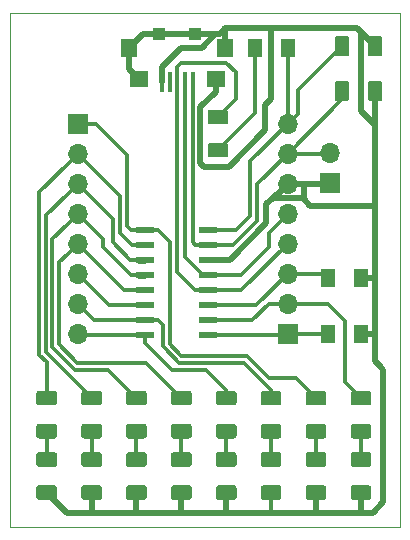
<source format=gbr>
G04 #@! TF.GenerationSoftware,KiCad,Pcbnew,(5.1.0)-1*
G04 #@! TF.CreationDate,2019-09-06T23:09:27-05:00*
G04 #@! TF.ProjectId,CH552G_dev,43483535-3247-45f6-9465-762e6b696361,rev?*
G04 #@! TF.SameCoordinates,Original*
G04 #@! TF.FileFunction,Copper,L1,Top*
G04 #@! TF.FilePolarity,Positive*
%FSLAX46Y46*%
G04 Gerber Fmt 4.6, Leading zero omitted, Abs format (unit mm)*
G04 Created by KiCad (PCBNEW (5.1.0)-1) date 2019-09-06 23:09:27*
%MOMM*%
%LPD*%
G04 APERTURE LIST*
G04 #@! TA.AperFunction,NonConductor*
%ADD10C,0.050000*%
G04 #@! TD*
G04 #@! TA.AperFunction,Conductor*
%ADD11C,0.100000*%
G04 #@! TD*
G04 #@! TA.AperFunction,SMDPad,CuDef*
%ADD12C,1.250000*%
G04 #@! TD*
G04 #@! TA.AperFunction,SMDPad,CuDef*
%ADD13R,1.500000X0.600000*%
G04 #@! TD*
G04 #@! TA.AperFunction,SMDPad,CuDef*
%ADD14R,1.100000X1.000000*%
G04 #@! TD*
G04 #@! TA.AperFunction,SMDPad,CuDef*
%ADD15R,1.350000X1.500000*%
G04 #@! TD*
G04 #@! TA.AperFunction,SMDPad,CuDef*
%ADD16R,0.400000X1.800000*%
G04 #@! TD*
G04 #@! TA.AperFunction,SMDPad,CuDef*
%ADD17R,1.500000X1.400000*%
G04 #@! TD*
G04 #@! TA.AperFunction,ComponentPad*
%ADD18O,1.700000X1.700000*%
G04 #@! TD*
G04 #@! TA.AperFunction,ComponentPad*
%ADD19R,1.700000X1.700000*%
G04 #@! TD*
G04 #@! TA.AperFunction,SMDPad,CuDef*
%ADD20R,1.250000X1.500000*%
G04 #@! TD*
G04 #@! TA.AperFunction,Conductor*
%ADD21C,0.350000*%
G04 #@! TD*
G04 #@! TA.AperFunction,Conductor*
%ADD22C,0.500000*%
G04 #@! TD*
G04 APERTURE END LIST*
D10*
X94500000Y-121500000D02*
X127500000Y-121500000D01*
X94500000Y-78000000D02*
X94500000Y-121500000D01*
X127500000Y-78000000D02*
X94500000Y-78000000D01*
X127500000Y-121500000D02*
X127500000Y-78000000D01*
D11*
G04 #@! TO.N,VCC*
G04 #@! TO.C,C1*
G36*
X122999504Y-83726204D02*
G01*
X123023773Y-83729804D01*
X123047571Y-83735765D01*
X123070671Y-83744030D01*
X123092849Y-83754520D01*
X123113893Y-83767133D01*
X123133598Y-83781747D01*
X123151777Y-83798223D01*
X123168253Y-83816402D01*
X123182867Y-83836107D01*
X123195480Y-83857151D01*
X123205970Y-83879329D01*
X123214235Y-83902429D01*
X123220196Y-83926227D01*
X123223796Y-83950496D01*
X123225000Y-83975000D01*
X123225000Y-85225000D01*
X123223796Y-85249504D01*
X123220196Y-85273773D01*
X123214235Y-85297571D01*
X123205970Y-85320671D01*
X123195480Y-85342849D01*
X123182867Y-85363893D01*
X123168253Y-85383598D01*
X123151777Y-85401777D01*
X123133598Y-85418253D01*
X123113893Y-85432867D01*
X123092849Y-85445480D01*
X123070671Y-85455970D01*
X123047571Y-85464235D01*
X123023773Y-85470196D01*
X122999504Y-85473796D01*
X122975000Y-85475000D01*
X122225000Y-85475000D01*
X122200496Y-85473796D01*
X122176227Y-85470196D01*
X122152429Y-85464235D01*
X122129329Y-85455970D01*
X122107151Y-85445480D01*
X122086107Y-85432867D01*
X122066402Y-85418253D01*
X122048223Y-85401777D01*
X122031747Y-85383598D01*
X122017133Y-85363893D01*
X122004520Y-85342849D01*
X121994030Y-85320671D01*
X121985765Y-85297571D01*
X121979804Y-85273773D01*
X121976204Y-85249504D01*
X121975000Y-85225000D01*
X121975000Y-83975000D01*
X121976204Y-83950496D01*
X121979804Y-83926227D01*
X121985765Y-83902429D01*
X121994030Y-83879329D01*
X122004520Y-83857151D01*
X122017133Y-83836107D01*
X122031747Y-83816402D01*
X122048223Y-83798223D01*
X122066402Y-83781747D01*
X122086107Y-83767133D01*
X122107151Y-83754520D01*
X122129329Y-83744030D01*
X122152429Y-83735765D01*
X122176227Y-83729804D01*
X122200496Y-83726204D01*
X122225000Y-83725000D01*
X122975000Y-83725000D01*
X122999504Y-83726204D01*
X122999504Y-83726204D01*
G37*
D12*
G04 #@! TD*
G04 #@! TO.P,C1,2*
G04 #@! TO.N,VCC*
X122600000Y-84600000D03*
D11*
G04 #@! TO.N,GND*
G04 #@! TO.C,C1*
G36*
X125799504Y-83726204D02*
G01*
X125823773Y-83729804D01*
X125847571Y-83735765D01*
X125870671Y-83744030D01*
X125892849Y-83754520D01*
X125913893Y-83767133D01*
X125933598Y-83781747D01*
X125951777Y-83798223D01*
X125968253Y-83816402D01*
X125982867Y-83836107D01*
X125995480Y-83857151D01*
X126005970Y-83879329D01*
X126014235Y-83902429D01*
X126020196Y-83926227D01*
X126023796Y-83950496D01*
X126025000Y-83975000D01*
X126025000Y-85225000D01*
X126023796Y-85249504D01*
X126020196Y-85273773D01*
X126014235Y-85297571D01*
X126005970Y-85320671D01*
X125995480Y-85342849D01*
X125982867Y-85363893D01*
X125968253Y-85383598D01*
X125951777Y-85401777D01*
X125933598Y-85418253D01*
X125913893Y-85432867D01*
X125892849Y-85445480D01*
X125870671Y-85455970D01*
X125847571Y-85464235D01*
X125823773Y-85470196D01*
X125799504Y-85473796D01*
X125775000Y-85475000D01*
X125025000Y-85475000D01*
X125000496Y-85473796D01*
X124976227Y-85470196D01*
X124952429Y-85464235D01*
X124929329Y-85455970D01*
X124907151Y-85445480D01*
X124886107Y-85432867D01*
X124866402Y-85418253D01*
X124848223Y-85401777D01*
X124831747Y-85383598D01*
X124817133Y-85363893D01*
X124804520Y-85342849D01*
X124794030Y-85320671D01*
X124785765Y-85297571D01*
X124779804Y-85273773D01*
X124776204Y-85249504D01*
X124775000Y-85225000D01*
X124775000Y-83975000D01*
X124776204Y-83950496D01*
X124779804Y-83926227D01*
X124785765Y-83902429D01*
X124794030Y-83879329D01*
X124804520Y-83857151D01*
X124817133Y-83836107D01*
X124831747Y-83816402D01*
X124848223Y-83798223D01*
X124866402Y-83781747D01*
X124886107Y-83767133D01*
X124907151Y-83754520D01*
X124929329Y-83744030D01*
X124952429Y-83735765D01*
X124976227Y-83729804D01*
X125000496Y-83726204D01*
X125025000Y-83725000D01*
X125775000Y-83725000D01*
X125799504Y-83726204D01*
X125799504Y-83726204D01*
G37*
D12*
G04 #@! TD*
G04 #@! TO.P,C1,1*
G04 #@! TO.N,GND*
X125400000Y-84600000D03*
D11*
G04 #@! TO.N,GND*
G04 #@! TO.C,C2*
G36*
X125799504Y-79926204D02*
G01*
X125823773Y-79929804D01*
X125847571Y-79935765D01*
X125870671Y-79944030D01*
X125892849Y-79954520D01*
X125913893Y-79967133D01*
X125933598Y-79981747D01*
X125951777Y-79998223D01*
X125968253Y-80016402D01*
X125982867Y-80036107D01*
X125995480Y-80057151D01*
X126005970Y-80079329D01*
X126014235Y-80102429D01*
X126020196Y-80126227D01*
X126023796Y-80150496D01*
X126025000Y-80175000D01*
X126025000Y-81425000D01*
X126023796Y-81449504D01*
X126020196Y-81473773D01*
X126014235Y-81497571D01*
X126005970Y-81520671D01*
X125995480Y-81542849D01*
X125982867Y-81563893D01*
X125968253Y-81583598D01*
X125951777Y-81601777D01*
X125933598Y-81618253D01*
X125913893Y-81632867D01*
X125892849Y-81645480D01*
X125870671Y-81655970D01*
X125847571Y-81664235D01*
X125823773Y-81670196D01*
X125799504Y-81673796D01*
X125775000Y-81675000D01*
X125025000Y-81675000D01*
X125000496Y-81673796D01*
X124976227Y-81670196D01*
X124952429Y-81664235D01*
X124929329Y-81655970D01*
X124907151Y-81645480D01*
X124886107Y-81632867D01*
X124866402Y-81618253D01*
X124848223Y-81601777D01*
X124831747Y-81583598D01*
X124817133Y-81563893D01*
X124804520Y-81542849D01*
X124794030Y-81520671D01*
X124785765Y-81497571D01*
X124779804Y-81473773D01*
X124776204Y-81449504D01*
X124775000Y-81425000D01*
X124775000Y-80175000D01*
X124776204Y-80150496D01*
X124779804Y-80126227D01*
X124785765Y-80102429D01*
X124794030Y-80079329D01*
X124804520Y-80057151D01*
X124817133Y-80036107D01*
X124831747Y-80016402D01*
X124848223Y-79998223D01*
X124866402Y-79981747D01*
X124886107Y-79967133D01*
X124907151Y-79954520D01*
X124929329Y-79944030D01*
X124952429Y-79935765D01*
X124976227Y-79929804D01*
X125000496Y-79926204D01*
X125025000Y-79925000D01*
X125775000Y-79925000D01*
X125799504Y-79926204D01*
X125799504Y-79926204D01*
G37*
D12*
G04 #@! TD*
G04 #@! TO.P,C2,1*
G04 #@! TO.N,GND*
X125400000Y-80800000D03*
D11*
G04 #@! TO.N,3V3*
G04 #@! TO.C,C2*
G36*
X122999504Y-79926204D02*
G01*
X123023773Y-79929804D01*
X123047571Y-79935765D01*
X123070671Y-79944030D01*
X123092849Y-79954520D01*
X123113893Y-79967133D01*
X123133598Y-79981747D01*
X123151777Y-79998223D01*
X123168253Y-80016402D01*
X123182867Y-80036107D01*
X123195480Y-80057151D01*
X123205970Y-80079329D01*
X123214235Y-80102429D01*
X123220196Y-80126227D01*
X123223796Y-80150496D01*
X123225000Y-80175000D01*
X123225000Y-81425000D01*
X123223796Y-81449504D01*
X123220196Y-81473773D01*
X123214235Y-81497571D01*
X123205970Y-81520671D01*
X123195480Y-81542849D01*
X123182867Y-81563893D01*
X123168253Y-81583598D01*
X123151777Y-81601777D01*
X123133598Y-81618253D01*
X123113893Y-81632867D01*
X123092849Y-81645480D01*
X123070671Y-81655970D01*
X123047571Y-81664235D01*
X123023773Y-81670196D01*
X122999504Y-81673796D01*
X122975000Y-81675000D01*
X122225000Y-81675000D01*
X122200496Y-81673796D01*
X122176227Y-81670196D01*
X122152429Y-81664235D01*
X122129329Y-81655970D01*
X122107151Y-81645480D01*
X122086107Y-81632867D01*
X122066402Y-81618253D01*
X122048223Y-81601777D01*
X122031747Y-81583598D01*
X122017133Y-81563893D01*
X122004520Y-81542849D01*
X121994030Y-81520671D01*
X121985765Y-81497571D01*
X121979804Y-81473773D01*
X121976204Y-81449504D01*
X121975000Y-81425000D01*
X121975000Y-80175000D01*
X121976204Y-80150496D01*
X121979804Y-80126227D01*
X121985765Y-80102429D01*
X121994030Y-80079329D01*
X122004520Y-80057151D01*
X122017133Y-80036107D01*
X122031747Y-80016402D01*
X122048223Y-79998223D01*
X122066402Y-79981747D01*
X122086107Y-79967133D01*
X122107151Y-79954520D01*
X122129329Y-79944030D01*
X122152429Y-79935765D01*
X122176227Y-79929804D01*
X122200496Y-79926204D01*
X122225000Y-79925000D01*
X122975000Y-79925000D01*
X122999504Y-79926204D01*
X122999504Y-79926204D01*
G37*
D12*
G04 #@! TD*
G04 #@! TO.P,C2,2*
G04 #@! TO.N,3V3*
X122600000Y-80800000D03*
D11*
G04 #@! TO.N,Net-(D14-Pad2)*
G04 #@! TO.C,D14*
G36*
X98249504Y-115176204D02*
G01*
X98273773Y-115179804D01*
X98297571Y-115185765D01*
X98320671Y-115194030D01*
X98342849Y-115204520D01*
X98363893Y-115217133D01*
X98383598Y-115231747D01*
X98401777Y-115248223D01*
X98418253Y-115266402D01*
X98432867Y-115286107D01*
X98445480Y-115307151D01*
X98455970Y-115329329D01*
X98464235Y-115352429D01*
X98470196Y-115376227D01*
X98473796Y-115400496D01*
X98475000Y-115425000D01*
X98475000Y-116175000D01*
X98473796Y-116199504D01*
X98470196Y-116223773D01*
X98464235Y-116247571D01*
X98455970Y-116270671D01*
X98445480Y-116292849D01*
X98432867Y-116313893D01*
X98418253Y-116333598D01*
X98401777Y-116351777D01*
X98383598Y-116368253D01*
X98363893Y-116382867D01*
X98342849Y-116395480D01*
X98320671Y-116405970D01*
X98297571Y-116414235D01*
X98273773Y-116420196D01*
X98249504Y-116423796D01*
X98225000Y-116425000D01*
X96975000Y-116425000D01*
X96950496Y-116423796D01*
X96926227Y-116420196D01*
X96902429Y-116414235D01*
X96879329Y-116405970D01*
X96857151Y-116395480D01*
X96836107Y-116382867D01*
X96816402Y-116368253D01*
X96798223Y-116351777D01*
X96781747Y-116333598D01*
X96767133Y-116313893D01*
X96754520Y-116292849D01*
X96744030Y-116270671D01*
X96735765Y-116247571D01*
X96729804Y-116223773D01*
X96726204Y-116199504D01*
X96725000Y-116175000D01*
X96725000Y-115425000D01*
X96726204Y-115400496D01*
X96729804Y-115376227D01*
X96735765Y-115352429D01*
X96744030Y-115329329D01*
X96754520Y-115307151D01*
X96767133Y-115286107D01*
X96781747Y-115266402D01*
X96798223Y-115248223D01*
X96816402Y-115231747D01*
X96836107Y-115217133D01*
X96857151Y-115204520D01*
X96879329Y-115194030D01*
X96902429Y-115185765D01*
X96926227Y-115179804D01*
X96950496Y-115176204D01*
X96975000Y-115175000D01*
X98225000Y-115175000D01*
X98249504Y-115176204D01*
X98249504Y-115176204D01*
G37*
D12*
G04 #@! TD*
G04 #@! TO.P,D14,2*
G04 #@! TO.N,Net-(D14-Pad2)*
X97600000Y-115800000D03*
D11*
G04 #@! TO.N,GND*
G04 #@! TO.C,D14*
G36*
X98249504Y-117976204D02*
G01*
X98273773Y-117979804D01*
X98297571Y-117985765D01*
X98320671Y-117994030D01*
X98342849Y-118004520D01*
X98363893Y-118017133D01*
X98383598Y-118031747D01*
X98401777Y-118048223D01*
X98418253Y-118066402D01*
X98432867Y-118086107D01*
X98445480Y-118107151D01*
X98455970Y-118129329D01*
X98464235Y-118152429D01*
X98470196Y-118176227D01*
X98473796Y-118200496D01*
X98475000Y-118225000D01*
X98475000Y-118975000D01*
X98473796Y-118999504D01*
X98470196Y-119023773D01*
X98464235Y-119047571D01*
X98455970Y-119070671D01*
X98445480Y-119092849D01*
X98432867Y-119113893D01*
X98418253Y-119133598D01*
X98401777Y-119151777D01*
X98383598Y-119168253D01*
X98363893Y-119182867D01*
X98342849Y-119195480D01*
X98320671Y-119205970D01*
X98297571Y-119214235D01*
X98273773Y-119220196D01*
X98249504Y-119223796D01*
X98225000Y-119225000D01*
X96975000Y-119225000D01*
X96950496Y-119223796D01*
X96926227Y-119220196D01*
X96902429Y-119214235D01*
X96879329Y-119205970D01*
X96857151Y-119195480D01*
X96836107Y-119182867D01*
X96816402Y-119168253D01*
X96798223Y-119151777D01*
X96781747Y-119133598D01*
X96767133Y-119113893D01*
X96754520Y-119092849D01*
X96744030Y-119070671D01*
X96735765Y-119047571D01*
X96729804Y-119023773D01*
X96726204Y-118999504D01*
X96725000Y-118975000D01*
X96725000Y-118225000D01*
X96726204Y-118200496D01*
X96729804Y-118176227D01*
X96735765Y-118152429D01*
X96744030Y-118129329D01*
X96754520Y-118107151D01*
X96767133Y-118086107D01*
X96781747Y-118066402D01*
X96798223Y-118048223D01*
X96816402Y-118031747D01*
X96836107Y-118017133D01*
X96857151Y-118004520D01*
X96879329Y-117994030D01*
X96902429Y-117985765D01*
X96926227Y-117979804D01*
X96950496Y-117976204D01*
X96975000Y-117975000D01*
X98225000Y-117975000D01*
X98249504Y-117976204D01*
X98249504Y-117976204D01*
G37*
D12*
G04 #@! TD*
G04 #@! TO.P,D14,1*
G04 #@! TO.N,GND*
X97600000Y-118600000D03*
D11*
G04 #@! TO.N,GND*
G04 #@! TO.C,D15*
G36*
X102049504Y-117976204D02*
G01*
X102073773Y-117979804D01*
X102097571Y-117985765D01*
X102120671Y-117994030D01*
X102142849Y-118004520D01*
X102163893Y-118017133D01*
X102183598Y-118031747D01*
X102201777Y-118048223D01*
X102218253Y-118066402D01*
X102232867Y-118086107D01*
X102245480Y-118107151D01*
X102255970Y-118129329D01*
X102264235Y-118152429D01*
X102270196Y-118176227D01*
X102273796Y-118200496D01*
X102275000Y-118225000D01*
X102275000Y-118975000D01*
X102273796Y-118999504D01*
X102270196Y-119023773D01*
X102264235Y-119047571D01*
X102255970Y-119070671D01*
X102245480Y-119092849D01*
X102232867Y-119113893D01*
X102218253Y-119133598D01*
X102201777Y-119151777D01*
X102183598Y-119168253D01*
X102163893Y-119182867D01*
X102142849Y-119195480D01*
X102120671Y-119205970D01*
X102097571Y-119214235D01*
X102073773Y-119220196D01*
X102049504Y-119223796D01*
X102025000Y-119225000D01*
X100775000Y-119225000D01*
X100750496Y-119223796D01*
X100726227Y-119220196D01*
X100702429Y-119214235D01*
X100679329Y-119205970D01*
X100657151Y-119195480D01*
X100636107Y-119182867D01*
X100616402Y-119168253D01*
X100598223Y-119151777D01*
X100581747Y-119133598D01*
X100567133Y-119113893D01*
X100554520Y-119092849D01*
X100544030Y-119070671D01*
X100535765Y-119047571D01*
X100529804Y-119023773D01*
X100526204Y-118999504D01*
X100525000Y-118975000D01*
X100525000Y-118225000D01*
X100526204Y-118200496D01*
X100529804Y-118176227D01*
X100535765Y-118152429D01*
X100544030Y-118129329D01*
X100554520Y-118107151D01*
X100567133Y-118086107D01*
X100581747Y-118066402D01*
X100598223Y-118048223D01*
X100616402Y-118031747D01*
X100636107Y-118017133D01*
X100657151Y-118004520D01*
X100679329Y-117994030D01*
X100702429Y-117985765D01*
X100726227Y-117979804D01*
X100750496Y-117976204D01*
X100775000Y-117975000D01*
X102025000Y-117975000D01*
X102049504Y-117976204D01*
X102049504Y-117976204D01*
G37*
D12*
G04 #@! TD*
G04 #@! TO.P,D15,1*
G04 #@! TO.N,GND*
X101400000Y-118600000D03*
D11*
G04 #@! TO.N,Net-(D15-Pad2)*
G04 #@! TO.C,D15*
G36*
X102049504Y-115176204D02*
G01*
X102073773Y-115179804D01*
X102097571Y-115185765D01*
X102120671Y-115194030D01*
X102142849Y-115204520D01*
X102163893Y-115217133D01*
X102183598Y-115231747D01*
X102201777Y-115248223D01*
X102218253Y-115266402D01*
X102232867Y-115286107D01*
X102245480Y-115307151D01*
X102255970Y-115329329D01*
X102264235Y-115352429D01*
X102270196Y-115376227D01*
X102273796Y-115400496D01*
X102275000Y-115425000D01*
X102275000Y-116175000D01*
X102273796Y-116199504D01*
X102270196Y-116223773D01*
X102264235Y-116247571D01*
X102255970Y-116270671D01*
X102245480Y-116292849D01*
X102232867Y-116313893D01*
X102218253Y-116333598D01*
X102201777Y-116351777D01*
X102183598Y-116368253D01*
X102163893Y-116382867D01*
X102142849Y-116395480D01*
X102120671Y-116405970D01*
X102097571Y-116414235D01*
X102073773Y-116420196D01*
X102049504Y-116423796D01*
X102025000Y-116425000D01*
X100775000Y-116425000D01*
X100750496Y-116423796D01*
X100726227Y-116420196D01*
X100702429Y-116414235D01*
X100679329Y-116405970D01*
X100657151Y-116395480D01*
X100636107Y-116382867D01*
X100616402Y-116368253D01*
X100598223Y-116351777D01*
X100581747Y-116333598D01*
X100567133Y-116313893D01*
X100554520Y-116292849D01*
X100544030Y-116270671D01*
X100535765Y-116247571D01*
X100529804Y-116223773D01*
X100526204Y-116199504D01*
X100525000Y-116175000D01*
X100525000Y-115425000D01*
X100526204Y-115400496D01*
X100529804Y-115376227D01*
X100535765Y-115352429D01*
X100544030Y-115329329D01*
X100554520Y-115307151D01*
X100567133Y-115286107D01*
X100581747Y-115266402D01*
X100598223Y-115248223D01*
X100616402Y-115231747D01*
X100636107Y-115217133D01*
X100657151Y-115204520D01*
X100679329Y-115194030D01*
X100702429Y-115185765D01*
X100726227Y-115179804D01*
X100750496Y-115176204D01*
X100775000Y-115175000D01*
X102025000Y-115175000D01*
X102049504Y-115176204D01*
X102049504Y-115176204D01*
G37*
D12*
G04 #@! TD*
G04 #@! TO.P,D15,2*
G04 #@! TO.N,Net-(D15-Pad2)*
X101400000Y-115800000D03*
D11*
G04 #@! TO.N,Net-(D16-Pad2)*
G04 #@! TO.C,D16*
G36*
X105849504Y-115176204D02*
G01*
X105873773Y-115179804D01*
X105897571Y-115185765D01*
X105920671Y-115194030D01*
X105942849Y-115204520D01*
X105963893Y-115217133D01*
X105983598Y-115231747D01*
X106001777Y-115248223D01*
X106018253Y-115266402D01*
X106032867Y-115286107D01*
X106045480Y-115307151D01*
X106055970Y-115329329D01*
X106064235Y-115352429D01*
X106070196Y-115376227D01*
X106073796Y-115400496D01*
X106075000Y-115425000D01*
X106075000Y-116175000D01*
X106073796Y-116199504D01*
X106070196Y-116223773D01*
X106064235Y-116247571D01*
X106055970Y-116270671D01*
X106045480Y-116292849D01*
X106032867Y-116313893D01*
X106018253Y-116333598D01*
X106001777Y-116351777D01*
X105983598Y-116368253D01*
X105963893Y-116382867D01*
X105942849Y-116395480D01*
X105920671Y-116405970D01*
X105897571Y-116414235D01*
X105873773Y-116420196D01*
X105849504Y-116423796D01*
X105825000Y-116425000D01*
X104575000Y-116425000D01*
X104550496Y-116423796D01*
X104526227Y-116420196D01*
X104502429Y-116414235D01*
X104479329Y-116405970D01*
X104457151Y-116395480D01*
X104436107Y-116382867D01*
X104416402Y-116368253D01*
X104398223Y-116351777D01*
X104381747Y-116333598D01*
X104367133Y-116313893D01*
X104354520Y-116292849D01*
X104344030Y-116270671D01*
X104335765Y-116247571D01*
X104329804Y-116223773D01*
X104326204Y-116199504D01*
X104325000Y-116175000D01*
X104325000Y-115425000D01*
X104326204Y-115400496D01*
X104329804Y-115376227D01*
X104335765Y-115352429D01*
X104344030Y-115329329D01*
X104354520Y-115307151D01*
X104367133Y-115286107D01*
X104381747Y-115266402D01*
X104398223Y-115248223D01*
X104416402Y-115231747D01*
X104436107Y-115217133D01*
X104457151Y-115204520D01*
X104479329Y-115194030D01*
X104502429Y-115185765D01*
X104526227Y-115179804D01*
X104550496Y-115176204D01*
X104575000Y-115175000D01*
X105825000Y-115175000D01*
X105849504Y-115176204D01*
X105849504Y-115176204D01*
G37*
D12*
G04 #@! TD*
G04 #@! TO.P,D16,2*
G04 #@! TO.N,Net-(D16-Pad2)*
X105200000Y-115800000D03*
D11*
G04 #@! TO.N,GND*
G04 #@! TO.C,D16*
G36*
X105849504Y-117976204D02*
G01*
X105873773Y-117979804D01*
X105897571Y-117985765D01*
X105920671Y-117994030D01*
X105942849Y-118004520D01*
X105963893Y-118017133D01*
X105983598Y-118031747D01*
X106001777Y-118048223D01*
X106018253Y-118066402D01*
X106032867Y-118086107D01*
X106045480Y-118107151D01*
X106055970Y-118129329D01*
X106064235Y-118152429D01*
X106070196Y-118176227D01*
X106073796Y-118200496D01*
X106075000Y-118225000D01*
X106075000Y-118975000D01*
X106073796Y-118999504D01*
X106070196Y-119023773D01*
X106064235Y-119047571D01*
X106055970Y-119070671D01*
X106045480Y-119092849D01*
X106032867Y-119113893D01*
X106018253Y-119133598D01*
X106001777Y-119151777D01*
X105983598Y-119168253D01*
X105963893Y-119182867D01*
X105942849Y-119195480D01*
X105920671Y-119205970D01*
X105897571Y-119214235D01*
X105873773Y-119220196D01*
X105849504Y-119223796D01*
X105825000Y-119225000D01*
X104575000Y-119225000D01*
X104550496Y-119223796D01*
X104526227Y-119220196D01*
X104502429Y-119214235D01*
X104479329Y-119205970D01*
X104457151Y-119195480D01*
X104436107Y-119182867D01*
X104416402Y-119168253D01*
X104398223Y-119151777D01*
X104381747Y-119133598D01*
X104367133Y-119113893D01*
X104354520Y-119092849D01*
X104344030Y-119070671D01*
X104335765Y-119047571D01*
X104329804Y-119023773D01*
X104326204Y-118999504D01*
X104325000Y-118975000D01*
X104325000Y-118225000D01*
X104326204Y-118200496D01*
X104329804Y-118176227D01*
X104335765Y-118152429D01*
X104344030Y-118129329D01*
X104354520Y-118107151D01*
X104367133Y-118086107D01*
X104381747Y-118066402D01*
X104398223Y-118048223D01*
X104416402Y-118031747D01*
X104436107Y-118017133D01*
X104457151Y-118004520D01*
X104479329Y-117994030D01*
X104502429Y-117985765D01*
X104526227Y-117979804D01*
X104550496Y-117976204D01*
X104575000Y-117975000D01*
X105825000Y-117975000D01*
X105849504Y-117976204D01*
X105849504Y-117976204D01*
G37*
D12*
G04 #@! TD*
G04 #@! TO.P,D16,1*
G04 #@! TO.N,GND*
X105200000Y-118600000D03*
D11*
G04 #@! TO.N,GND*
G04 #@! TO.C,D17*
G36*
X109649504Y-117976204D02*
G01*
X109673773Y-117979804D01*
X109697571Y-117985765D01*
X109720671Y-117994030D01*
X109742849Y-118004520D01*
X109763893Y-118017133D01*
X109783598Y-118031747D01*
X109801777Y-118048223D01*
X109818253Y-118066402D01*
X109832867Y-118086107D01*
X109845480Y-118107151D01*
X109855970Y-118129329D01*
X109864235Y-118152429D01*
X109870196Y-118176227D01*
X109873796Y-118200496D01*
X109875000Y-118225000D01*
X109875000Y-118975000D01*
X109873796Y-118999504D01*
X109870196Y-119023773D01*
X109864235Y-119047571D01*
X109855970Y-119070671D01*
X109845480Y-119092849D01*
X109832867Y-119113893D01*
X109818253Y-119133598D01*
X109801777Y-119151777D01*
X109783598Y-119168253D01*
X109763893Y-119182867D01*
X109742849Y-119195480D01*
X109720671Y-119205970D01*
X109697571Y-119214235D01*
X109673773Y-119220196D01*
X109649504Y-119223796D01*
X109625000Y-119225000D01*
X108375000Y-119225000D01*
X108350496Y-119223796D01*
X108326227Y-119220196D01*
X108302429Y-119214235D01*
X108279329Y-119205970D01*
X108257151Y-119195480D01*
X108236107Y-119182867D01*
X108216402Y-119168253D01*
X108198223Y-119151777D01*
X108181747Y-119133598D01*
X108167133Y-119113893D01*
X108154520Y-119092849D01*
X108144030Y-119070671D01*
X108135765Y-119047571D01*
X108129804Y-119023773D01*
X108126204Y-118999504D01*
X108125000Y-118975000D01*
X108125000Y-118225000D01*
X108126204Y-118200496D01*
X108129804Y-118176227D01*
X108135765Y-118152429D01*
X108144030Y-118129329D01*
X108154520Y-118107151D01*
X108167133Y-118086107D01*
X108181747Y-118066402D01*
X108198223Y-118048223D01*
X108216402Y-118031747D01*
X108236107Y-118017133D01*
X108257151Y-118004520D01*
X108279329Y-117994030D01*
X108302429Y-117985765D01*
X108326227Y-117979804D01*
X108350496Y-117976204D01*
X108375000Y-117975000D01*
X109625000Y-117975000D01*
X109649504Y-117976204D01*
X109649504Y-117976204D01*
G37*
D12*
G04 #@! TD*
G04 #@! TO.P,D17,1*
G04 #@! TO.N,GND*
X109000000Y-118600000D03*
D11*
G04 #@! TO.N,Net-(D17-Pad2)*
G04 #@! TO.C,D17*
G36*
X109649504Y-115176204D02*
G01*
X109673773Y-115179804D01*
X109697571Y-115185765D01*
X109720671Y-115194030D01*
X109742849Y-115204520D01*
X109763893Y-115217133D01*
X109783598Y-115231747D01*
X109801777Y-115248223D01*
X109818253Y-115266402D01*
X109832867Y-115286107D01*
X109845480Y-115307151D01*
X109855970Y-115329329D01*
X109864235Y-115352429D01*
X109870196Y-115376227D01*
X109873796Y-115400496D01*
X109875000Y-115425000D01*
X109875000Y-116175000D01*
X109873796Y-116199504D01*
X109870196Y-116223773D01*
X109864235Y-116247571D01*
X109855970Y-116270671D01*
X109845480Y-116292849D01*
X109832867Y-116313893D01*
X109818253Y-116333598D01*
X109801777Y-116351777D01*
X109783598Y-116368253D01*
X109763893Y-116382867D01*
X109742849Y-116395480D01*
X109720671Y-116405970D01*
X109697571Y-116414235D01*
X109673773Y-116420196D01*
X109649504Y-116423796D01*
X109625000Y-116425000D01*
X108375000Y-116425000D01*
X108350496Y-116423796D01*
X108326227Y-116420196D01*
X108302429Y-116414235D01*
X108279329Y-116405970D01*
X108257151Y-116395480D01*
X108236107Y-116382867D01*
X108216402Y-116368253D01*
X108198223Y-116351777D01*
X108181747Y-116333598D01*
X108167133Y-116313893D01*
X108154520Y-116292849D01*
X108144030Y-116270671D01*
X108135765Y-116247571D01*
X108129804Y-116223773D01*
X108126204Y-116199504D01*
X108125000Y-116175000D01*
X108125000Y-115425000D01*
X108126204Y-115400496D01*
X108129804Y-115376227D01*
X108135765Y-115352429D01*
X108144030Y-115329329D01*
X108154520Y-115307151D01*
X108167133Y-115286107D01*
X108181747Y-115266402D01*
X108198223Y-115248223D01*
X108216402Y-115231747D01*
X108236107Y-115217133D01*
X108257151Y-115204520D01*
X108279329Y-115194030D01*
X108302429Y-115185765D01*
X108326227Y-115179804D01*
X108350496Y-115176204D01*
X108375000Y-115175000D01*
X109625000Y-115175000D01*
X109649504Y-115176204D01*
X109649504Y-115176204D01*
G37*
D12*
G04 #@! TD*
G04 #@! TO.P,D17,2*
G04 #@! TO.N,Net-(D17-Pad2)*
X109000000Y-115800000D03*
D11*
G04 #@! TO.N,Net-(D30-Pad2)*
G04 #@! TO.C,D30*
G36*
X113449504Y-115176204D02*
G01*
X113473773Y-115179804D01*
X113497571Y-115185765D01*
X113520671Y-115194030D01*
X113542849Y-115204520D01*
X113563893Y-115217133D01*
X113583598Y-115231747D01*
X113601777Y-115248223D01*
X113618253Y-115266402D01*
X113632867Y-115286107D01*
X113645480Y-115307151D01*
X113655970Y-115329329D01*
X113664235Y-115352429D01*
X113670196Y-115376227D01*
X113673796Y-115400496D01*
X113675000Y-115425000D01*
X113675000Y-116175000D01*
X113673796Y-116199504D01*
X113670196Y-116223773D01*
X113664235Y-116247571D01*
X113655970Y-116270671D01*
X113645480Y-116292849D01*
X113632867Y-116313893D01*
X113618253Y-116333598D01*
X113601777Y-116351777D01*
X113583598Y-116368253D01*
X113563893Y-116382867D01*
X113542849Y-116395480D01*
X113520671Y-116405970D01*
X113497571Y-116414235D01*
X113473773Y-116420196D01*
X113449504Y-116423796D01*
X113425000Y-116425000D01*
X112175000Y-116425000D01*
X112150496Y-116423796D01*
X112126227Y-116420196D01*
X112102429Y-116414235D01*
X112079329Y-116405970D01*
X112057151Y-116395480D01*
X112036107Y-116382867D01*
X112016402Y-116368253D01*
X111998223Y-116351777D01*
X111981747Y-116333598D01*
X111967133Y-116313893D01*
X111954520Y-116292849D01*
X111944030Y-116270671D01*
X111935765Y-116247571D01*
X111929804Y-116223773D01*
X111926204Y-116199504D01*
X111925000Y-116175000D01*
X111925000Y-115425000D01*
X111926204Y-115400496D01*
X111929804Y-115376227D01*
X111935765Y-115352429D01*
X111944030Y-115329329D01*
X111954520Y-115307151D01*
X111967133Y-115286107D01*
X111981747Y-115266402D01*
X111998223Y-115248223D01*
X112016402Y-115231747D01*
X112036107Y-115217133D01*
X112057151Y-115204520D01*
X112079329Y-115194030D01*
X112102429Y-115185765D01*
X112126227Y-115179804D01*
X112150496Y-115176204D01*
X112175000Y-115175000D01*
X113425000Y-115175000D01*
X113449504Y-115176204D01*
X113449504Y-115176204D01*
G37*
D12*
G04 #@! TD*
G04 #@! TO.P,D30,2*
G04 #@! TO.N,Net-(D30-Pad2)*
X112800000Y-115800000D03*
D11*
G04 #@! TO.N,GND*
G04 #@! TO.C,D30*
G36*
X113449504Y-117976204D02*
G01*
X113473773Y-117979804D01*
X113497571Y-117985765D01*
X113520671Y-117994030D01*
X113542849Y-118004520D01*
X113563893Y-118017133D01*
X113583598Y-118031747D01*
X113601777Y-118048223D01*
X113618253Y-118066402D01*
X113632867Y-118086107D01*
X113645480Y-118107151D01*
X113655970Y-118129329D01*
X113664235Y-118152429D01*
X113670196Y-118176227D01*
X113673796Y-118200496D01*
X113675000Y-118225000D01*
X113675000Y-118975000D01*
X113673796Y-118999504D01*
X113670196Y-119023773D01*
X113664235Y-119047571D01*
X113655970Y-119070671D01*
X113645480Y-119092849D01*
X113632867Y-119113893D01*
X113618253Y-119133598D01*
X113601777Y-119151777D01*
X113583598Y-119168253D01*
X113563893Y-119182867D01*
X113542849Y-119195480D01*
X113520671Y-119205970D01*
X113497571Y-119214235D01*
X113473773Y-119220196D01*
X113449504Y-119223796D01*
X113425000Y-119225000D01*
X112175000Y-119225000D01*
X112150496Y-119223796D01*
X112126227Y-119220196D01*
X112102429Y-119214235D01*
X112079329Y-119205970D01*
X112057151Y-119195480D01*
X112036107Y-119182867D01*
X112016402Y-119168253D01*
X111998223Y-119151777D01*
X111981747Y-119133598D01*
X111967133Y-119113893D01*
X111954520Y-119092849D01*
X111944030Y-119070671D01*
X111935765Y-119047571D01*
X111929804Y-119023773D01*
X111926204Y-118999504D01*
X111925000Y-118975000D01*
X111925000Y-118225000D01*
X111926204Y-118200496D01*
X111929804Y-118176227D01*
X111935765Y-118152429D01*
X111944030Y-118129329D01*
X111954520Y-118107151D01*
X111967133Y-118086107D01*
X111981747Y-118066402D01*
X111998223Y-118048223D01*
X112016402Y-118031747D01*
X112036107Y-118017133D01*
X112057151Y-118004520D01*
X112079329Y-117994030D01*
X112102429Y-117985765D01*
X112126227Y-117979804D01*
X112150496Y-117976204D01*
X112175000Y-117975000D01*
X113425000Y-117975000D01*
X113449504Y-117976204D01*
X113449504Y-117976204D01*
G37*
D12*
G04 #@! TD*
G04 #@! TO.P,D30,1*
G04 #@! TO.N,GND*
X112800000Y-118600000D03*
D11*
G04 #@! TO.N,GND*
G04 #@! TO.C,D31*
G36*
X117249504Y-117976204D02*
G01*
X117273773Y-117979804D01*
X117297571Y-117985765D01*
X117320671Y-117994030D01*
X117342849Y-118004520D01*
X117363893Y-118017133D01*
X117383598Y-118031747D01*
X117401777Y-118048223D01*
X117418253Y-118066402D01*
X117432867Y-118086107D01*
X117445480Y-118107151D01*
X117455970Y-118129329D01*
X117464235Y-118152429D01*
X117470196Y-118176227D01*
X117473796Y-118200496D01*
X117475000Y-118225000D01*
X117475000Y-118975000D01*
X117473796Y-118999504D01*
X117470196Y-119023773D01*
X117464235Y-119047571D01*
X117455970Y-119070671D01*
X117445480Y-119092849D01*
X117432867Y-119113893D01*
X117418253Y-119133598D01*
X117401777Y-119151777D01*
X117383598Y-119168253D01*
X117363893Y-119182867D01*
X117342849Y-119195480D01*
X117320671Y-119205970D01*
X117297571Y-119214235D01*
X117273773Y-119220196D01*
X117249504Y-119223796D01*
X117225000Y-119225000D01*
X115975000Y-119225000D01*
X115950496Y-119223796D01*
X115926227Y-119220196D01*
X115902429Y-119214235D01*
X115879329Y-119205970D01*
X115857151Y-119195480D01*
X115836107Y-119182867D01*
X115816402Y-119168253D01*
X115798223Y-119151777D01*
X115781747Y-119133598D01*
X115767133Y-119113893D01*
X115754520Y-119092849D01*
X115744030Y-119070671D01*
X115735765Y-119047571D01*
X115729804Y-119023773D01*
X115726204Y-118999504D01*
X115725000Y-118975000D01*
X115725000Y-118225000D01*
X115726204Y-118200496D01*
X115729804Y-118176227D01*
X115735765Y-118152429D01*
X115744030Y-118129329D01*
X115754520Y-118107151D01*
X115767133Y-118086107D01*
X115781747Y-118066402D01*
X115798223Y-118048223D01*
X115816402Y-118031747D01*
X115836107Y-118017133D01*
X115857151Y-118004520D01*
X115879329Y-117994030D01*
X115902429Y-117985765D01*
X115926227Y-117979804D01*
X115950496Y-117976204D01*
X115975000Y-117975000D01*
X117225000Y-117975000D01*
X117249504Y-117976204D01*
X117249504Y-117976204D01*
G37*
D12*
G04 #@! TD*
G04 #@! TO.P,D31,1*
G04 #@! TO.N,GND*
X116600000Y-118600000D03*
D11*
G04 #@! TO.N,Net-(D31-Pad2)*
G04 #@! TO.C,D31*
G36*
X117249504Y-115176204D02*
G01*
X117273773Y-115179804D01*
X117297571Y-115185765D01*
X117320671Y-115194030D01*
X117342849Y-115204520D01*
X117363893Y-115217133D01*
X117383598Y-115231747D01*
X117401777Y-115248223D01*
X117418253Y-115266402D01*
X117432867Y-115286107D01*
X117445480Y-115307151D01*
X117455970Y-115329329D01*
X117464235Y-115352429D01*
X117470196Y-115376227D01*
X117473796Y-115400496D01*
X117475000Y-115425000D01*
X117475000Y-116175000D01*
X117473796Y-116199504D01*
X117470196Y-116223773D01*
X117464235Y-116247571D01*
X117455970Y-116270671D01*
X117445480Y-116292849D01*
X117432867Y-116313893D01*
X117418253Y-116333598D01*
X117401777Y-116351777D01*
X117383598Y-116368253D01*
X117363893Y-116382867D01*
X117342849Y-116395480D01*
X117320671Y-116405970D01*
X117297571Y-116414235D01*
X117273773Y-116420196D01*
X117249504Y-116423796D01*
X117225000Y-116425000D01*
X115975000Y-116425000D01*
X115950496Y-116423796D01*
X115926227Y-116420196D01*
X115902429Y-116414235D01*
X115879329Y-116405970D01*
X115857151Y-116395480D01*
X115836107Y-116382867D01*
X115816402Y-116368253D01*
X115798223Y-116351777D01*
X115781747Y-116333598D01*
X115767133Y-116313893D01*
X115754520Y-116292849D01*
X115744030Y-116270671D01*
X115735765Y-116247571D01*
X115729804Y-116223773D01*
X115726204Y-116199504D01*
X115725000Y-116175000D01*
X115725000Y-115425000D01*
X115726204Y-115400496D01*
X115729804Y-115376227D01*
X115735765Y-115352429D01*
X115744030Y-115329329D01*
X115754520Y-115307151D01*
X115767133Y-115286107D01*
X115781747Y-115266402D01*
X115798223Y-115248223D01*
X115816402Y-115231747D01*
X115836107Y-115217133D01*
X115857151Y-115204520D01*
X115879329Y-115194030D01*
X115902429Y-115185765D01*
X115926227Y-115179804D01*
X115950496Y-115176204D01*
X115975000Y-115175000D01*
X117225000Y-115175000D01*
X117249504Y-115176204D01*
X117249504Y-115176204D01*
G37*
D12*
G04 #@! TD*
G04 #@! TO.P,D31,2*
G04 #@! TO.N,Net-(D31-Pad2)*
X116600000Y-115800000D03*
D11*
G04 #@! TO.N,Net-(D32-Pad2)*
G04 #@! TO.C,D32*
G36*
X121049504Y-115176204D02*
G01*
X121073773Y-115179804D01*
X121097571Y-115185765D01*
X121120671Y-115194030D01*
X121142849Y-115204520D01*
X121163893Y-115217133D01*
X121183598Y-115231747D01*
X121201777Y-115248223D01*
X121218253Y-115266402D01*
X121232867Y-115286107D01*
X121245480Y-115307151D01*
X121255970Y-115329329D01*
X121264235Y-115352429D01*
X121270196Y-115376227D01*
X121273796Y-115400496D01*
X121275000Y-115425000D01*
X121275000Y-116175000D01*
X121273796Y-116199504D01*
X121270196Y-116223773D01*
X121264235Y-116247571D01*
X121255970Y-116270671D01*
X121245480Y-116292849D01*
X121232867Y-116313893D01*
X121218253Y-116333598D01*
X121201777Y-116351777D01*
X121183598Y-116368253D01*
X121163893Y-116382867D01*
X121142849Y-116395480D01*
X121120671Y-116405970D01*
X121097571Y-116414235D01*
X121073773Y-116420196D01*
X121049504Y-116423796D01*
X121025000Y-116425000D01*
X119775000Y-116425000D01*
X119750496Y-116423796D01*
X119726227Y-116420196D01*
X119702429Y-116414235D01*
X119679329Y-116405970D01*
X119657151Y-116395480D01*
X119636107Y-116382867D01*
X119616402Y-116368253D01*
X119598223Y-116351777D01*
X119581747Y-116333598D01*
X119567133Y-116313893D01*
X119554520Y-116292849D01*
X119544030Y-116270671D01*
X119535765Y-116247571D01*
X119529804Y-116223773D01*
X119526204Y-116199504D01*
X119525000Y-116175000D01*
X119525000Y-115425000D01*
X119526204Y-115400496D01*
X119529804Y-115376227D01*
X119535765Y-115352429D01*
X119544030Y-115329329D01*
X119554520Y-115307151D01*
X119567133Y-115286107D01*
X119581747Y-115266402D01*
X119598223Y-115248223D01*
X119616402Y-115231747D01*
X119636107Y-115217133D01*
X119657151Y-115204520D01*
X119679329Y-115194030D01*
X119702429Y-115185765D01*
X119726227Y-115179804D01*
X119750496Y-115176204D01*
X119775000Y-115175000D01*
X121025000Y-115175000D01*
X121049504Y-115176204D01*
X121049504Y-115176204D01*
G37*
D12*
G04 #@! TD*
G04 #@! TO.P,D32,2*
G04 #@! TO.N,Net-(D32-Pad2)*
X120400000Y-115800000D03*
D11*
G04 #@! TO.N,GND*
G04 #@! TO.C,D32*
G36*
X121049504Y-117976204D02*
G01*
X121073773Y-117979804D01*
X121097571Y-117985765D01*
X121120671Y-117994030D01*
X121142849Y-118004520D01*
X121163893Y-118017133D01*
X121183598Y-118031747D01*
X121201777Y-118048223D01*
X121218253Y-118066402D01*
X121232867Y-118086107D01*
X121245480Y-118107151D01*
X121255970Y-118129329D01*
X121264235Y-118152429D01*
X121270196Y-118176227D01*
X121273796Y-118200496D01*
X121275000Y-118225000D01*
X121275000Y-118975000D01*
X121273796Y-118999504D01*
X121270196Y-119023773D01*
X121264235Y-119047571D01*
X121255970Y-119070671D01*
X121245480Y-119092849D01*
X121232867Y-119113893D01*
X121218253Y-119133598D01*
X121201777Y-119151777D01*
X121183598Y-119168253D01*
X121163893Y-119182867D01*
X121142849Y-119195480D01*
X121120671Y-119205970D01*
X121097571Y-119214235D01*
X121073773Y-119220196D01*
X121049504Y-119223796D01*
X121025000Y-119225000D01*
X119775000Y-119225000D01*
X119750496Y-119223796D01*
X119726227Y-119220196D01*
X119702429Y-119214235D01*
X119679329Y-119205970D01*
X119657151Y-119195480D01*
X119636107Y-119182867D01*
X119616402Y-119168253D01*
X119598223Y-119151777D01*
X119581747Y-119133598D01*
X119567133Y-119113893D01*
X119554520Y-119092849D01*
X119544030Y-119070671D01*
X119535765Y-119047571D01*
X119529804Y-119023773D01*
X119526204Y-118999504D01*
X119525000Y-118975000D01*
X119525000Y-118225000D01*
X119526204Y-118200496D01*
X119529804Y-118176227D01*
X119535765Y-118152429D01*
X119544030Y-118129329D01*
X119554520Y-118107151D01*
X119567133Y-118086107D01*
X119581747Y-118066402D01*
X119598223Y-118048223D01*
X119616402Y-118031747D01*
X119636107Y-118017133D01*
X119657151Y-118004520D01*
X119679329Y-117994030D01*
X119702429Y-117985765D01*
X119726227Y-117979804D01*
X119750496Y-117976204D01*
X119775000Y-117975000D01*
X121025000Y-117975000D01*
X121049504Y-117976204D01*
X121049504Y-117976204D01*
G37*
D12*
G04 #@! TD*
G04 #@! TO.P,D32,1*
G04 #@! TO.N,GND*
X120400000Y-118600000D03*
D11*
G04 #@! TO.N,GND*
G04 #@! TO.C,D33*
G36*
X124849504Y-117976204D02*
G01*
X124873773Y-117979804D01*
X124897571Y-117985765D01*
X124920671Y-117994030D01*
X124942849Y-118004520D01*
X124963893Y-118017133D01*
X124983598Y-118031747D01*
X125001777Y-118048223D01*
X125018253Y-118066402D01*
X125032867Y-118086107D01*
X125045480Y-118107151D01*
X125055970Y-118129329D01*
X125064235Y-118152429D01*
X125070196Y-118176227D01*
X125073796Y-118200496D01*
X125075000Y-118225000D01*
X125075000Y-118975000D01*
X125073796Y-118999504D01*
X125070196Y-119023773D01*
X125064235Y-119047571D01*
X125055970Y-119070671D01*
X125045480Y-119092849D01*
X125032867Y-119113893D01*
X125018253Y-119133598D01*
X125001777Y-119151777D01*
X124983598Y-119168253D01*
X124963893Y-119182867D01*
X124942849Y-119195480D01*
X124920671Y-119205970D01*
X124897571Y-119214235D01*
X124873773Y-119220196D01*
X124849504Y-119223796D01*
X124825000Y-119225000D01*
X123575000Y-119225000D01*
X123550496Y-119223796D01*
X123526227Y-119220196D01*
X123502429Y-119214235D01*
X123479329Y-119205970D01*
X123457151Y-119195480D01*
X123436107Y-119182867D01*
X123416402Y-119168253D01*
X123398223Y-119151777D01*
X123381747Y-119133598D01*
X123367133Y-119113893D01*
X123354520Y-119092849D01*
X123344030Y-119070671D01*
X123335765Y-119047571D01*
X123329804Y-119023773D01*
X123326204Y-118999504D01*
X123325000Y-118975000D01*
X123325000Y-118225000D01*
X123326204Y-118200496D01*
X123329804Y-118176227D01*
X123335765Y-118152429D01*
X123344030Y-118129329D01*
X123354520Y-118107151D01*
X123367133Y-118086107D01*
X123381747Y-118066402D01*
X123398223Y-118048223D01*
X123416402Y-118031747D01*
X123436107Y-118017133D01*
X123457151Y-118004520D01*
X123479329Y-117994030D01*
X123502429Y-117985765D01*
X123526227Y-117979804D01*
X123550496Y-117976204D01*
X123575000Y-117975000D01*
X124825000Y-117975000D01*
X124849504Y-117976204D01*
X124849504Y-117976204D01*
G37*
D12*
G04 #@! TD*
G04 #@! TO.P,D33,1*
G04 #@! TO.N,GND*
X124200000Y-118600000D03*
D11*
G04 #@! TO.N,Net-(D33-Pad2)*
G04 #@! TO.C,D33*
G36*
X124849504Y-115176204D02*
G01*
X124873773Y-115179804D01*
X124897571Y-115185765D01*
X124920671Y-115194030D01*
X124942849Y-115204520D01*
X124963893Y-115217133D01*
X124983598Y-115231747D01*
X125001777Y-115248223D01*
X125018253Y-115266402D01*
X125032867Y-115286107D01*
X125045480Y-115307151D01*
X125055970Y-115329329D01*
X125064235Y-115352429D01*
X125070196Y-115376227D01*
X125073796Y-115400496D01*
X125075000Y-115425000D01*
X125075000Y-116175000D01*
X125073796Y-116199504D01*
X125070196Y-116223773D01*
X125064235Y-116247571D01*
X125055970Y-116270671D01*
X125045480Y-116292849D01*
X125032867Y-116313893D01*
X125018253Y-116333598D01*
X125001777Y-116351777D01*
X124983598Y-116368253D01*
X124963893Y-116382867D01*
X124942849Y-116395480D01*
X124920671Y-116405970D01*
X124897571Y-116414235D01*
X124873773Y-116420196D01*
X124849504Y-116423796D01*
X124825000Y-116425000D01*
X123575000Y-116425000D01*
X123550496Y-116423796D01*
X123526227Y-116420196D01*
X123502429Y-116414235D01*
X123479329Y-116405970D01*
X123457151Y-116395480D01*
X123436107Y-116382867D01*
X123416402Y-116368253D01*
X123398223Y-116351777D01*
X123381747Y-116333598D01*
X123367133Y-116313893D01*
X123354520Y-116292849D01*
X123344030Y-116270671D01*
X123335765Y-116247571D01*
X123329804Y-116223773D01*
X123326204Y-116199504D01*
X123325000Y-116175000D01*
X123325000Y-115425000D01*
X123326204Y-115400496D01*
X123329804Y-115376227D01*
X123335765Y-115352429D01*
X123344030Y-115329329D01*
X123354520Y-115307151D01*
X123367133Y-115286107D01*
X123381747Y-115266402D01*
X123398223Y-115248223D01*
X123416402Y-115231747D01*
X123436107Y-115217133D01*
X123457151Y-115204520D01*
X123479329Y-115194030D01*
X123502429Y-115185765D01*
X123526227Y-115179804D01*
X123550496Y-115176204D01*
X123575000Y-115175000D01*
X124825000Y-115175000D01*
X124849504Y-115176204D01*
X124849504Y-115176204D01*
G37*
D12*
G04 #@! TD*
G04 #@! TO.P,D33,2*
G04 #@! TO.N,Net-(D33-Pad2)*
X124200000Y-115800000D03*
D13*
G04 #@! TO.P,IC1,16*
G04 #@! TO.N,3V3*
X111300000Y-96355000D03*
G04 #@! TO.P,IC1,15*
G04 #@! TO.N,VCC*
X111300000Y-97625000D03*
G04 #@! TO.P,IC1,14*
G04 #@! TO.N,GND*
X111300000Y-98895000D03*
G04 #@! TO.P,IC1,13*
G04 #@! TO.N,D-*
X111300000Y-100165000D03*
G04 #@! TO.P,IC1,12*
G04 #@! TO.N,D+*
X111300000Y-101435000D03*
G04 #@! TO.P,IC1,11*
G04 #@! TO.N,P3.4*
X111300000Y-102705000D03*
G04 #@! TO.P,IC1,10*
G04 #@! TO.N,P3.3*
X111300000Y-103975000D03*
G04 #@! TO.P,IC1,9*
G04 #@! TO.N,P1.1*
X111300000Y-105245000D03*
G04 #@! TO.P,IC1,8*
G04 #@! TO.N,P3.0*
X105900000Y-105245000D03*
G04 #@! TO.P,IC1,7*
G04 #@! TO.N,P3.1*
X105900000Y-103975000D03*
G04 #@! TO.P,IC1,6*
G04 #@! TO.N,RST*
X105900000Y-102705000D03*
G04 #@! TO.P,IC1,5*
G04 #@! TO.N,P1.7*
X105900000Y-101435000D03*
G04 #@! TO.P,IC1,4*
G04 #@! TO.N,P1.6*
X105900000Y-100165000D03*
G04 #@! TO.P,IC1,3*
G04 #@! TO.N,P1.5*
X105900000Y-98895000D03*
G04 #@! TO.P,IC1,2*
G04 #@! TO.N,P1.4*
X105900000Y-97625000D03*
G04 #@! TO.P,IC1,1*
G04 #@! TO.N,P3.2*
X105900000Y-96355000D03*
G04 #@! TD*
D14*
G04 #@! TO.P,J1,6*
G04 #@! TO.N,GND*
X107150000Y-79750000D03*
X110150000Y-79750000D03*
D15*
X104575000Y-80930000D03*
X112725000Y-80930000D03*
D16*
G04 #@! TO.P,J1,5*
X107350000Y-83800000D03*
G04 #@! TO.P,J1,1*
G04 #@! TO.N,VCC*
X109950000Y-83800000D03*
G04 #@! TO.P,J1,4*
G04 #@! TO.N,Net-(J1-Pad4)*
X108000000Y-83800000D03*
G04 #@! TO.P,J1,2*
G04 #@! TO.N,D-*
X109300000Y-83800000D03*
G04 #@! TO.P,J1,3*
G04 #@! TO.N,D+*
X108650000Y-83800000D03*
D17*
G04 #@! TO.P,J1,6*
G04 #@! TO.N,GND*
X105400000Y-83600000D03*
X111900000Y-83600000D03*
G04 #@! TD*
D18*
G04 #@! TO.P,J2,8*
G04 #@! TO.N,P3.0*
X100220000Y-105140000D03*
G04 #@! TO.P,J2,7*
G04 #@! TO.N,P3.1*
X100220000Y-102600000D03*
G04 #@! TO.P,J2,6*
G04 #@! TO.N,RST*
X100220000Y-100060000D03*
G04 #@! TO.P,J2,5*
G04 #@! TO.N,P1.7*
X100220000Y-97520000D03*
G04 #@! TO.P,J2,4*
G04 #@! TO.N,P1.6*
X100220000Y-94980000D03*
G04 #@! TO.P,J2,3*
G04 #@! TO.N,P1.5*
X100220000Y-92440000D03*
G04 #@! TO.P,J2,2*
G04 #@! TO.N,P1.4*
X100220000Y-89900000D03*
D19*
G04 #@! TO.P,J2,1*
G04 #@! TO.N,P3.2*
X100220000Y-87360000D03*
G04 #@! TD*
G04 #@! TO.P,J3,1*
G04 #@! TO.N,P1.1*
X118000000Y-105140000D03*
D18*
G04 #@! TO.P,J3,2*
G04 #@! TO.N,P3.3*
X118000000Y-102600000D03*
G04 #@! TO.P,J3,3*
G04 #@! TO.N,P3.4*
X118000000Y-100060000D03*
G04 #@! TO.P,J3,4*
G04 #@! TO.N,D+*
X118000000Y-97520000D03*
G04 #@! TO.P,J3,5*
G04 #@! TO.N,D-*
X118000000Y-94980000D03*
G04 #@! TO.P,J3,6*
G04 #@! TO.N,GND*
X118000000Y-92440000D03*
G04 #@! TO.P,J3,7*
G04 #@! TO.N,VCC*
X118000000Y-89900000D03*
G04 #@! TO.P,J3,8*
G04 #@! TO.N,3V3*
X118000000Y-87360000D03*
G04 #@! TD*
G04 #@! TO.P,J4,2*
G04 #@! TO.N,VCC*
X121600000Y-89860000D03*
D19*
G04 #@! TO.P,J4,1*
G04 #@! TO.N,GND*
X121600000Y-92400000D03*
G04 #@! TD*
D11*
G04 #@! TO.N,D+*
G04 #@! TO.C,R1*
G36*
X112749504Y-86176204D02*
G01*
X112773773Y-86179804D01*
X112797571Y-86185765D01*
X112820671Y-86194030D01*
X112842849Y-86204520D01*
X112863893Y-86217133D01*
X112883598Y-86231747D01*
X112901777Y-86248223D01*
X112918253Y-86266402D01*
X112932867Y-86286107D01*
X112945480Y-86307151D01*
X112955970Y-86329329D01*
X112964235Y-86352429D01*
X112970196Y-86376227D01*
X112973796Y-86400496D01*
X112975000Y-86425000D01*
X112975000Y-87175000D01*
X112973796Y-87199504D01*
X112970196Y-87223773D01*
X112964235Y-87247571D01*
X112955970Y-87270671D01*
X112945480Y-87292849D01*
X112932867Y-87313893D01*
X112918253Y-87333598D01*
X112901777Y-87351777D01*
X112883598Y-87368253D01*
X112863893Y-87382867D01*
X112842849Y-87395480D01*
X112820671Y-87405970D01*
X112797571Y-87414235D01*
X112773773Y-87420196D01*
X112749504Y-87423796D01*
X112725000Y-87425000D01*
X111475000Y-87425000D01*
X111450496Y-87423796D01*
X111426227Y-87420196D01*
X111402429Y-87414235D01*
X111379329Y-87405970D01*
X111357151Y-87395480D01*
X111336107Y-87382867D01*
X111316402Y-87368253D01*
X111298223Y-87351777D01*
X111281747Y-87333598D01*
X111267133Y-87313893D01*
X111254520Y-87292849D01*
X111244030Y-87270671D01*
X111235765Y-87247571D01*
X111229804Y-87223773D01*
X111226204Y-87199504D01*
X111225000Y-87175000D01*
X111225000Y-86425000D01*
X111226204Y-86400496D01*
X111229804Y-86376227D01*
X111235765Y-86352429D01*
X111244030Y-86329329D01*
X111254520Y-86307151D01*
X111267133Y-86286107D01*
X111281747Y-86266402D01*
X111298223Y-86248223D01*
X111316402Y-86231747D01*
X111336107Y-86217133D01*
X111357151Y-86204520D01*
X111379329Y-86194030D01*
X111402429Y-86185765D01*
X111426227Y-86179804D01*
X111450496Y-86176204D01*
X111475000Y-86175000D01*
X112725000Y-86175000D01*
X112749504Y-86176204D01*
X112749504Y-86176204D01*
G37*
D12*
G04 #@! TD*
G04 #@! TO.P,R1,1*
G04 #@! TO.N,D+*
X112100000Y-86800000D03*
D11*
G04 #@! TO.N,Net-(R1-Pad2)*
G04 #@! TO.C,R1*
G36*
X112749504Y-88976204D02*
G01*
X112773773Y-88979804D01*
X112797571Y-88985765D01*
X112820671Y-88994030D01*
X112842849Y-89004520D01*
X112863893Y-89017133D01*
X112883598Y-89031747D01*
X112901777Y-89048223D01*
X112918253Y-89066402D01*
X112932867Y-89086107D01*
X112945480Y-89107151D01*
X112955970Y-89129329D01*
X112964235Y-89152429D01*
X112970196Y-89176227D01*
X112973796Y-89200496D01*
X112975000Y-89225000D01*
X112975000Y-89975000D01*
X112973796Y-89999504D01*
X112970196Y-90023773D01*
X112964235Y-90047571D01*
X112955970Y-90070671D01*
X112945480Y-90092849D01*
X112932867Y-90113893D01*
X112918253Y-90133598D01*
X112901777Y-90151777D01*
X112883598Y-90168253D01*
X112863893Y-90182867D01*
X112842849Y-90195480D01*
X112820671Y-90205970D01*
X112797571Y-90214235D01*
X112773773Y-90220196D01*
X112749504Y-90223796D01*
X112725000Y-90225000D01*
X111475000Y-90225000D01*
X111450496Y-90223796D01*
X111426227Y-90220196D01*
X111402429Y-90214235D01*
X111379329Y-90205970D01*
X111357151Y-90195480D01*
X111336107Y-90182867D01*
X111316402Y-90168253D01*
X111298223Y-90151777D01*
X111281747Y-90133598D01*
X111267133Y-90113893D01*
X111254520Y-90092849D01*
X111244030Y-90070671D01*
X111235765Y-90047571D01*
X111229804Y-90023773D01*
X111226204Y-89999504D01*
X111225000Y-89975000D01*
X111225000Y-89225000D01*
X111226204Y-89200496D01*
X111229804Y-89176227D01*
X111235765Y-89152429D01*
X111244030Y-89129329D01*
X111254520Y-89107151D01*
X111267133Y-89086107D01*
X111281747Y-89066402D01*
X111298223Y-89048223D01*
X111316402Y-89031747D01*
X111336107Y-89017133D01*
X111357151Y-89004520D01*
X111379329Y-88994030D01*
X111402429Y-88985765D01*
X111426227Y-88979804D01*
X111450496Y-88976204D01*
X111475000Y-88975000D01*
X112725000Y-88975000D01*
X112749504Y-88976204D01*
X112749504Y-88976204D01*
G37*
D12*
G04 #@! TD*
G04 #@! TO.P,R1,2*
G04 #@! TO.N,Net-(R1-Pad2)*
X112100000Y-89600000D03*
D11*
G04 #@! TO.N,Net-(D14-Pad2)*
G04 #@! TO.C,R14*
G36*
X98249504Y-112776204D02*
G01*
X98273773Y-112779804D01*
X98297571Y-112785765D01*
X98320671Y-112794030D01*
X98342849Y-112804520D01*
X98363893Y-112817133D01*
X98383598Y-112831747D01*
X98401777Y-112848223D01*
X98418253Y-112866402D01*
X98432867Y-112886107D01*
X98445480Y-112907151D01*
X98455970Y-112929329D01*
X98464235Y-112952429D01*
X98470196Y-112976227D01*
X98473796Y-113000496D01*
X98475000Y-113025000D01*
X98475000Y-113775000D01*
X98473796Y-113799504D01*
X98470196Y-113823773D01*
X98464235Y-113847571D01*
X98455970Y-113870671D01*
X98445480Y-113892849D01*
X98432867Y-113913893D01*
X98418253Y-113933598D01*
X98401777Y-113951777D01*
X98383598Y-113968253D01*
X98363893Y-113982867D01*
X98342849Y-113995480D01*
X98320671Y-114005970D01*
X98297571Y-114014235D01*
X98273773Y-114020196D01*
X98249504Y-114023796D01*
X98225000Y-114025000D01*
X96975000Y-114025000D01*
X96950496Y-114023796D01*
X96926227Y-114020196D01*
X96902429Y-114014235D01*
X96879329Y-114005970D01*
X96857151Y-113995480D01*
X96836107Y-113982867D01*
X96816402Y-113968253D01*
X96798223Y-113951777D01*
X96781747Y-113933598D01*
X96767133Y-113913893D01*
X96754520Y-113892849D01*
X96744030Y-113870671D01*
X96735765Y-113847571D01*
X96729804Y-113823773D01*
X96726204Y-113799504D01*
X96725000Y-113775000D01*
X96725000Y-113025000D01*
X96726204Y-113000496D01*
X96729804Y-112976227D01*
X96735765Y-112952429D01*
X96744030Y-112929329D01*
X96754520Y-112907151D01*
X96767133Y-112886107D01*
X96781747Y-112866402D01*
X96798223Y-112848223D01*
X96816402Y-112831747D01*
X96836107Y-112817133D01*
X96857151Y-112804520D01*
X96879329Y-112794030D01*
X96902429Y-112785765D01*
X96926227Y-112779804D01*
X96950496Y-112776204D01*
X96975000Y-112775000D01*
X98225000Y-112775000D01*
X98249504Y-112776204D01*
X98249504Y-112776204D01*
G37*
D12*
G04 #@! TD*
G04 #@! TO.P,R14,1*
G04 #@! TO.N,Net-(D14-Pad2)*
X97600000Y-113400000D03*
D11*
G04 #@! TO.N,P1.4*
G04 #@! TO.C,R14*
G36*
X98249504Y-109976204D02*
G01*
X98273773Y-109979804D01*
X98297571Y-109985765D01*
X98320671Y-109994030D01*
X98342849Y-110004520D01*
X98363893Y-110017133D01*
X98383598Y-110031747D01*
X98401777Y-110048223D01*
X98418253Y-110066402D01*
X98432867Y-110086107D01*
X98445480Y-110107151D01*
X98455970Y-110129329D01*
X98464235Y-110152429D01*
X98470196Y-110176227D01*
X98473796Y-110200496D01*
X98475000Y-110225000D01*
X98475000Y-110975000D01*
X98473796Y-110999504D01*
X98470196Y-111023773D01*
X98464235Y-111047571D01*
X98455970Y-111070671D01*
X98445480Y-111092849D01*
X98432867Y-111113893D01*
X98418253Y-111133598D01*
X98401777Y-111151777D01*
X98383598Y-111168253D01*
X98363893Y-111182867D01*
X98342849Y-111195480D01*
X98320671Y-111205970D01*
X98297571Y-111214235D01*
X98273773Y-111220196D01*
X98249504Y-111223796D01*
X98225000Y-111225000D01*
X96975000Y-111225000D01*
X96950496Y-111223796D01*
X96926227Y-111220196D01*
X96902429Y-111214235D01*
X96879329Y-111205970D01*
X96857151Y-111195480D01*
X96836107Y-111182867D01*
X96816402Y-111168253D01*
X96798223Y-111151777D01*
X96781747Y-111133598D01*
X96767133Y-111113893D01*
X96754520Y-111092849D01*
X96744030Y-111070671D01*
X96735765Y-111047571D01*
X96729804Y-111023773D01*
X96726204Y-110999504D01*
X96725000Y-110975000D01*
X96725000Y-110225000D01*
X96726204Y-110200496D01*
X96729804Y-110176227D01*
X96735765Y-110152429D01*
X96744030Y-110129329D01*
X96754520Y-110107151D01*
X96767133Y-110086107D01*
X96781747Y-110066402D01*
X96798223Y-110048223D01*
X96816402Y-110031747D01*
X96836107Y-110017133D01*
X96857151Y-110004520D01*
X96879329Y-109994030D01*
X96902429Y-109985765D01*
X96926227Y-109979804D01*
X96950496Y-109976204D01*
X96975000Y-109975000D01*
X98225000Y-109975000D01*
X98249504Y-109976204D01*
X98249504Y-109976204D01*
G37*
D12*
G04 #@! TD*
G04 #@! TO.P,R14,2*
G04 #@! TO.N,P1.4*
X97600000Y-110600000D03*
D11*
G04 #@! TO.N,P1.5*
G04 #@! TO.C,R15*
G36*
X102049504Y-109976204D02*
G01*
X102073773Y-109979804D01*
X102097571Y-109985765D01*
X102120671Y-109994030D01*
X102142849Y-110004520D01*
X102163893Y-110017133D01*
X102183598Y-110031747D01*
X102201777Y-110048223D01*
X102218253Y-110066402D01*
X102232867Y-110086107D01*
X102245480Y-110107151D01*
X102255970Y-110129329D01*
X102264235Y-110152429D01*
X102270196Y-110176227D01*
X102273796Y-110200496D01*
X102275000Y-110225000D01*
X102275000Y-110975000D01*
X102273796Y-110999504D01*
X102270196Y-111023773D01*
X102264235Y-111047571D01*
X102255970Y-111070671D01*
X102245480Y-111092849D01*
X102232867Y-111113893D01*
X102218253Y-111133598D01*
X102201777Y-111151777D01*
X102183598Y-111168253D01*
X102163893Y-111182867D01*
X102142849Y-111195480D01*
X102120671Y-111205970D01*
X102097571Y-111214235D01*
X102073773Y-111220196D01*
X102049504Y-111223796D01*
X102025000Y-111225000D01*
X100775000Y-111225000D01*
X100750496Y-111223796D01*
X100726227Y-111220196D01*
X100702429Y-111214235D01*
X100679329Y-111205970D01*
X100657151Y-111195480D01*
X100636107Y-111182867D01*
X100616402Y-111168253D01*
X100598223Y-111151777D01*
X100581747Y-111133598D01*
X100567133Y-111113893D01*
X100554520Y-111092849D01*
X100544030Y-111070671D01*
X100535765Y-111047571D01*
X100529804Y-111023773D01*
X100526204Y-110999504D01*
X100525000Y-110975000D01*
X100525000Y-110225000D01*
X100526204Y-110200496D01*
X100529804Y-110176227D01*
X100535765Y-110152429D01*
X100544030Y-110129329D01*
X100554520Y-110107151D01*
X100567133Y-110086107D01*
X100581747Y-110066402D01*
X100598223Y-110048223D01*
X100616402Y-110031747D01*
X100636107Y-110017133D01*
X100657151Y-110004520D01*
X100679329Y-109994030D01*
X100702429Y-109985765D01*
X100726227Y-109979804D01*
X100750496Y-109976204D01*
X100775000Y-109975000D01*
X102025000Y-109975000D01*
X102049504Y-109976204D01*
X102049504Y-109976204D01*
G37*
D12*
G04 #@! TD*
G04 #@! TO.P,R15,2*
G04 #@! TO.N,P1.5*
X101400000Y-110600000D03*
D11*
G04 #@! TO.N,Net-(D15-Pad2)*
G04 #@! TO.C,R15*
G36*
X102049504Y-112776204D02*
G01*
X102073773Y-112779804D01*
X102097571Y-112785765D01*
X102120671Y-112794030D01*
X102142849Y-112804520D01*
X102163893Y-112817133D01*
X102183598Y-112831747D01*
X102201777Y-112848223D01*
X102218253Y-112866402D01*
X102232867Y-112886107D01*
X102245480Y-112907151D01*
X102255970Y-112929329D01*
X102264235Y-112952429D01*
X102270196Y-112976227D01*
X102273796Y-113000496D01*
X102275000Y-113025000D01*
X102275000Y-113775000D01*
X102273796Y-113799504D01*
X102270196Y-113823773D01*
X102264235Y-113847571D01*
X102255970Y-113870671D01*
X102245480Y-113892849D01*
X102232867Y-113913893D01*
X102218253Y-113933598D01*
X102201777Y-113951777D01*
X102183598Y-113968253D01*
X102163893Y-113982867D01*
X102142849Y-113995480D01*
X102120671Y-114005970D01*
X102097571Y-114014235D01*
X102073773Y-114020196D01*
X102049504Y-114023796D01*
X102025000Y-114025000D01*
X100775000Y-114025000D01*
X100750496Y-114023796D01*
X100726227Y-114020196D01*
X100702429Y-114014235D01*
X100679329Y-114005970D01*
X100657151Y-113995480D01*
X100636107Y-113982867D01*
X100616402Y-113968253D01*
X100598223Y-113951777D01*
X100581747Y-113933598D01*
X100567133Y-113913893D01*
X100554520Y-113892849D01*
X100544030Y-113870671D01*
X100535765Y-113847571D01*
X100529804Y-113823773D01*
X100526204Y-113799504D01*
X100525000Y-113775000D01*
X100525000Y-113025000D01*
X100526204Y-113000496D01*
X100529804Y-112976227D01*
X100535765Y-112952429D01*
X100544030Y-112929329D01*
X100554520Y-112907151D01*
X100567133Y-112886107D01*
X100581747Y-112866402D01*
X100598223Y-112848223D01*
X100616402Y-112831747D01*
X100636107Y-112817133D01*
X100657151Y-112804520D01*
X100679329Y-112794030D01*
X100702429Y-112785765D01*
X100726227Y-112779804D01*
X100750496Y-112776204D01*
X100775000Y-112775000D01*
X102025000Y-112775000D01*
X102049504Y-112776204D01*
X102049504Y-112776204D01*
G37*
D12*
G04 #@! TD*
G04 #@! TO.P,R15,1*
G04 #@! TO.N,Net-(D15-Pad2)*
X101400000Y-113400000D03*
D11*
G04 #@! TO.N,Net-(D16-Pad2)*
G04 #@! TO.C,R16*
G36*
X105849504Y-112776204D02*
G01*
X105873773Y-112779804D01*
X105897571Y-112785765D01*
X105920671Y-112794030D01*
X105942849Y-112804520D01*
X105963893Y-112817133D01*
X105983598Y-112831747D01*
X106001777Y-112848223D01*
X106018253Y-112866402D01*
X106032867Y-112886107D01*
X106045480Y-112907151D01*
X106055970Y-112929329D01*
X106064235Y-112952429D01*
X106070196Y-112976227D01*
X106073796Y-113000496D01*
X106075000Y-113025000D01*
X106075000Y-113775000D01*
X106073796Y-113799504D01*
X106070196Y-113823773D01*
X106064235Y-113847571D01*
X106055970Y-113870671D01*
X106045480Y-113892849D01*
X106032867Y-113913893D01*
X106018253Y-113933598D01*
X106001777Y-113951777D01*
X105983598Y-113968253D01*
X105963893Y-113982867D01*
X105942849Y-113995480D01*
X105920671Y-114005970D01*
X105897571Y-114014235D01*
X105873773Y-114020196D01*
X105849504Y-114023796D01*
X105825000Y-114025000D01*
X104575000Y-114025000D01*
X104550496Y-114023796D01*
X104526227Y-114020196D01*
X104502429Y-114014235D01*
X104479329Y-114005970D01*
X104457151Y-113995480D01*
X104436107Y-113982867D01*
X104416402Y-113968253D01*
X104398223Y-113951777D01*
X104381747Y-113933598D01*
X104367133Y-113913893D01*
X104354520Y-113892849D01*
X104344030Y-113870671D01*
X104335765Y-113847571D01*
X104329804Y-113823773D01*
X104326204Y-113799504D01*
X104325000Y-113775000D01*
X104325000Y-113025000D01*
X104326204Y-113000496D01*
X104329804Y-112976227D01*
X104335765Y-112952429D01*
X104344030Y-112929329D01*
X104354520Y-112907151D01*
X104367133Y-112886107D01*
X104381747Y-112866402D01*
X104398223Y-112848223D01*
X104416402Y-112831747D01*
X104436107Y-112817133D01*
X104457151Y-112804520D01*
X104479329Y-112794030D01*
X104502429Y-112785765D01*
X104526227Y-112779804D01*
X104550496Y-112776204D01*
X104575000Y-112775000D01*
X105825000Y-112775000D01*
X105849504Y-112776204D01*
X105849504Y-112776204D01*
G37*
D12*
G04 #@! TD*
G04 #@! TO.P,R16,1*
G04 #@! TO.N,Net-(D16-Pad2)*
X105200000Y-113400000D03*
D11*
G04 #@! TO.N,P1.6*
G04 #@! TO.C,R16*
G36*
X105849504Y-109976204D02*
G01*
X105873773Y-109979804D01*
X105897571Y-109985765D01*
X105920671Y-109994030D01*
X105942849Y-110004520D01*
X105963893Y-110017133D01*
X105983598Y-110031747D01*
X106001777Y-110048223D01*
X106018253Y-110066402D01*
X106032867Y-110086107D01*
X106045480Y-110107151D01*
X106055970Y-110129329D01*
X106064235Y-110152429D01*
X106070196Y-110176227D01*
X106073796Y-110200496D01*
X106075000Y-110225000D01*
X106075000Y-110975000D01*
X106073796Y-110999504D01*
X106070196Y-111023773D01*
X106064235Y-111047571D01*
X106055970Y-111070671D01*
X106045480Y-111092849D01*
X106032867Y-111113893D01*
X106018253Y-111133598D01*
X106001777Y-111151777D01*
X105983598Y-111168253D01*
X105963893Y-111182867D01*
X105942849Y-111195480D01*
X105920671Y-111205970D01*
X105897571Y-111214235D01*
X105873773Y-111220196D01*
X105849504Y-111223796D01*
X105825000Y-111225000D01*
X104575000Y-111225000D01*
X104550496Y-111223796D01*
X104526227Y-111220196D01*
X104502429Y-111214235D01*
X104479329Y-111205970D01*
X104457151Y-111195480D01*
X104436107Y-111182867D01*
X104416402Y-111168253D01*
X104398223Y-111151777D01*
X104381747Y-111133598D01*
X104367133Y-111113893D01*
X104354520Y-111092849D01*
X104344030Y-111070671D01*
X104335765Y-111047571D01*
X104329804Y-111023773D01*
X104326204Y-110999504D01*
X104325000Y-110975000D01*
X104325000Y-110225000D01*
X104326204Y-110200496D01*
X104329804Y-110176227D01*
X104335765Y-110152429D01*
X104344030Y-110129329D01*
X104354520Y-110107151D01*
X104367133Y-110086107D01*
X104381747Y-110066402D01*
X104398223Y-110048223D01*
X104416402Y-110031747D01*
X104436107Y-110017133D01*
X104457151Y-110004520D01*
X104479329Y-109994030D01*
X104502429Y-109985765D01*
X104526227Y-109979804D01*
X104550496Y-109976204D01*
X104575000Y-109975000D01*
X105825000Y-109975000D01*
X105849504Y-109976204D01*
X105849504Y-109976204D01*
G37*
D12*
G04 #@! TD*
G04 #@! TO.P,R16,2*
G04 #@! TO.N,P1.6*
X105200000Y-110600000D03*
D11*
G04 #@! TO.N,Net-(D17-Pad2)*
G04 #@! TO.C,R17*
G36*
X109649504Y-112776204D02*
G01*
X109673773Y-112779804D01*
X109697571Y-112785765D01*
X109720671Y-112794030D01*
X109742849Y-112804520D01*
X109763893Y-112817133D01*
X109783598Y-112831747D01*
X109801777Y-112848223D01*
X109818253Y-112866402D01*
X109832867Y-112886107D01*
X109845480Y-112907151D01*
X109855970Y-112929329D01*
X109864235Y-112952429D01*
X109870196Y-112976227D01*
X109873796Y-113000496D01*
X109875000Y-113025000D01*
X109875000Y-113775000D01*
X109873796Y-113799504D01*
X109870196Y-113823773D01*
X109864235Y-113847571D01*
X109855970Y-113870671D01*
X109845480Y-113892849D01*
X109832867Y-113913893D01*
X109818253Y-113933598D01*
X109801777Y-113951777D01*
X109783598Y-113968253D01*
X109763893Y-113982867D01*
X109742849Y-113995480D01*
X109720671Y-114005970D01*
X109697571Y-114014235D01*
X109673773Y-114020196D01*
X109649504Y-114023796D01*
X109625000Y-114025000D01*
X108375000Y-114025000D01*
X108350496Y-114023796D01*
X108326227Y-114020196D01*
X108302429Y-114014235D01*
X108279329Y-114005970D01*
X108257151Y-113995480D01*
X108236107Y-113982867D01*
X108216402Y-113968253D01*
X108198223Y-113951777D01*
X108181747Y-113933598D01*
X108167133Y-113913893D01*
X108154520Y-113892849D01*
X108144030Y-113870671D01*
X108135765Y-113847571D01*
X108129804Y-113823773D01*
X108126204Y-113799504D01*
X108125000Y-113775000D01*
X108125000Y-113025000D01*
X108126204Y-113000496D01*
X108129804Y-112976227D01*
X108135765Y-112952429D01*
X108144030Y-112929329D01*
X108154520Y-112907151D01*
X108167133Y-112886107D01*
X108181747Y-112866402D01*
X108198223Y-112848223D01*
X108216402Y-112831747D01*
X108236107Y-112817133D01*
X108257151Y-112804520D01*
X108279329Y-112794030D01*
X108302429Y-112785765D01*
X108326227Y-112779804D01*
X108350496Y-112776204D01*
X108375000Y-112775000D01*
X109625000Y-112775000D01*
X109649504Y-112776204D01*
X109649504Y-112776204D01*
G37*
D12*
G04 #@! TD*
G04 #@! TO.P,R17,1*
G04 #@! TO.N,Net-(D17-Pad2)*
X109000000Y-113400000D03*
D11*
G04 #@! TO.N,P1.7*
G04 #@! TO.C,R17*
G36*
X109649504Y-109976204D02*
G01*
X109673773Y-109979804D01*
X109697571Y-109985765D01*
X109720671Y-109994030D01*
X109742849Y-110004520D01*
X109763893Y-110017133D01*
X109783598Y-110031747D01*
X109801777Y-110048223D01*
X109818253Y-110066402D01*
X109832867Y-110086107D01*
X109845480Y-110107151D01*
X109855970Y-110129329D01*
X109864235Y-110152429D01*
X109870196Y-110176227D01*
X109873796Y-110200496D01*
X109875000Y-110225000D01*
X109875000Y-110975000D01*
X109873796Y-110999504D01*
X109870196Y-111023773D01*
X109864235Y-111047571D01*
X109855970Y-111070671D01*
X109845480Y-111092849D01*
X109832867Y-111113893D01*
X109818253Y-111133598D01*
X109801777Y-111151777D01*
X109783598Y-111168253D01*
X109763893Y-111182867D01*
X109742849Y-111195480D01*
X109720671Y-111205970D01*
X109697571Y-111214235D01*
X109673773Y-111220196D01*
X109649504Y-111223796D01*
X109625000Y-111225000D01*
X108375000Y-111225000D01*
X108350496Y-111223796D01*
X108326227Y-111220196D01*
X108302429Y-111214235D01*
X108279329Y-111205970D01*
X108257151Y-111195480D01*
X108236107Y-111182867D01*
X108216402Y-111168253D01*
X108198223Y-111151777D01*
X108181747Y-111133598D01*
X108167133Y-111113893D01*
X108154520Y-111092849D01*
X108144030Y-111070671D01*
X108135765Y-111047571D01*
X108129804Y-111023773D01*
X108126204Y-110999504D01*
X108125000Y-110975000D01*
X108125000Y-110225000D01*
X108126204Y-110200496D01*
X108129804Y-110176227D01*
X108135765Y-110152429D01*
X108144030Y-110129329D01*
X108154520Y-110107151D01*
X108167133Y-110086107D01*
X108181747Y-110066402D01*
X108198223Y-110048223D01*
X108216402Y-110031747D01*
X108236107Y-110017133D01*
X108257151Y-110004520D01*
X108279329Y-109994030D01*
X108302429Y-109985765D01*
X108326227Y-109979804D01*
X108350496Y-109976204D01*
X108375000Y-109975000D01*
X109625000Y-109975000D01*
X109649504Y-109976204D01*
X109649504Y-109976204D01*
G37*
D12*
G04 #@! TD*
G04 #@! TO.P,R17,2*
G04 #@! TO.N,P1.7*
X109000000Y-110600000D03*
D11*
G04 #@! TO.N,Net-(D30-Pad2)*
G04 #@! TO.C,R30*
G36*
X113449504Y-112776204D02*
G01*
X113473773Y-112779804D01*
X113497571Y-112785765D01*
X113520671Y-112794030D01*
X113542849Y-112804520D01*
X113563893Y-112817133D01*
X113583598Y-112831747D01*
X113601777Y-112848223D01*
X113618253Y-112866402D01*
X113632867Y-112886107D01*
X113645480Y-112907151D01*
X113655970Y-112929329D01*
X113664235Y-112952429D01*
X113670196Y-112976227D01*
X113673796Y-113000496D01*
X113675000Y-113025000D01*
X113675000Y-113775000D01*
X113673796Y-113799504D01*
X113670196Y-113823773D01*
X113664235Y-113847571D01*
X113655970Y-113870671D01*
X113645480Y-113892849D01*
X113632867Y-113913893D01*
X113618253Y-113933598D01*
X113601777Y-113951777D01*
X113583598Y-113968253D01*
X113563893Y-113982867D01*
X113542849Y-113995480D01*
X113520671Y-114005970D01*
X113497571Y-114014235D01*
X113473773Y-114020196D01*
X113449504Y-114023796D01*
X113425000Y-114025000D01*
X112175000Y-114025000D01*
X112150496Y-114023796D01*
X112126227Y-114020196D01*
X112102429Y-114014235D01*
X112079329Y-114005970D01*
X112057151Y-113995480D01*
X112036107Y-113982867D01*
X112016402Y-113968253D01*
X111998223Y-113951777D01*
X111981747Y-113933598D01*
X111967133Y-113913893D01*
X111954520Y-113892849D01*
X111944030Y-113870671D01*
X111935765Y-113847571D01*
X111929804Y-113823773D01*
X111926204Y-113799504D01*
X111925000Y-113775000D01*
X111925000Y-113025000D01*
X111926204Y-113000496D01*
X111929804Y-112976227D01*
X111935765Y-112952429D01*
X111944030Y-112929329D01*
X111954520Y-112907151D01*
X111967133Y-112886107D01*
X111981747Y-112866402D01*
X111998223Y-112848223D01*
X112016402Y-112831747D01*
X112036107Y-112817133D01*
X112057151Y-112804520D01*
X112079329Y-112794030D01*
X112102429Y-112785765D01*
X112126227Y-112779804D01*
X112150496Y-112776204D01*
X112175000Y-112775000D01*
X113425000Y-112775000D01*
X113449504Y-112776204D01*
X113449504Y-112776204D01*
G37*
D12*
G04 #@! TD*
G04 #@! TO.P,R30,1*
G04 #@! TO.N,Net-(D30-Pad2)*
X112800000Y-113400000D03*
D11*
G04 #@! TO.N,P3.0*
G04 #@! TO.C,R30*
G36*
X113449504Y-109976204D02*
G01*
X113473773Y-109979804D01*
X113497571Y-109985765D01*
X113520671Y-109994030D01*
X113542849Y-110004520D01*
X113563893Y-110017133D01*
X113583598Y-110031747D01*
X113601777Y-110048223D01*
X113618253Y-110066402D01*
X113632867Y-110086107D01*
X113645480Y-110107151D01*
X113655970Y-110129329D01*
X113664235Y-110152429D01*
X113670196Y-110176227D01*
X113673796Y-110200496D01*
X113675000Y-110225000D01*
X113675000Y-110975000D01*
X113673796Y-110999504D01*
X113670196Y-111023773D01*
X113664235Y-111047571D01*
X113655970Y-111070671D01*
X113645480Y-111092849D01*
X113632867Y-111113893D01*
X113618253Y-111133598D01*
X113601777Y-111151777D01*
X113583598Y-111168253D01*
X113563893Y-111182867D01*
X113542849Y-111195480D01*
X113520671Y-111205970D01*
X113497571Y-111214235D01*
X113473773Y-111220196D01*
X113449504Y-111223796D01*
X113425000Y-111225000D01*
X112175000Y-111225000D01*
X112150496Y-111223796D01*
X112126227Y-111220196D01*
X112102429Y-111214235D01*
X112079329Y-111205970D01*
X112057151Y-111195480D01*
X112036107Y-111182867D01*
X112016402Y-111168253D01*
X111998223Y-111151777D01*
X111981747Y-111133598D01*
X111967133Y-111113893D01*
X111954520Y-111092849D01*
X111944030Y-111070671D01*
X111935765Y-111047571D01*
X111929804Y-111023773D01*
X111926204Y-110999504D01*
X111925000Y-110975000D01*
X111925000Y-110225000D01*
X111926204Y-110200496D01*
X111929804Y-110176227D01*
X111935765Y-110152429D01*
X111944030Y-110129329D01*
X111954520Y-110107151D01*
X111967133Y-110086107D01*
X111981747Y-110066402D01*
X111998223Y-110048223D01*
X112016402Y-110031747D01*
X112036107Y-110017133D01*
X112057151Y-110004520D01*
X112079329Y-109994030D01*
X112102429Y-109985765D01*
X112126227Y-109979804D01*
X112150496Y-109976204D01*
X112175000Y-109975000D01*
X113425000Y-109975000D01*
X113449504Y-109976204D01*
X113449504Y-109976204D01*
G37*
D12*
G04 #@! TD*
G04 #@! TO.P,R30,2*
G04 #@! TO.N,P3.0*
X112800000Y-110600000D03*
D11*
G04 #@! TO.N,P3.1*
G04 #@! TO.C,R31*
G36*
X117249504Y-109976204D02*
G01*
X117273773Y-109979804D01*
X117297571Y-109985765D01*
X117320671Y-109994030D01*
X117342849Y-110004520D01*
X117363893Y-110017133D01*
X117383598Y-110031747D01*
X117401777Y-110048223D01*
X117418253Y-110066402D01*
X117432867Y-110086107D01*
X117445480Y-110107151D01*
X117455970Y-110129329D01*
X117464235Y-110152429D01*
X117470196Y-110176227D01*
X117473796Y-110200496D01*
X117475000Y-110225000D01*
X117475000Y-110975000D01*
X117473796Y-110999504D01*
X117470196Y-111023773D01*
X117464235Y-111047571D01*
X117455970Y-111070671D01*
X117445480Y-111092849D01*
X117432867Y-111113893D01*
X117418253Y-111133598D01*
X117401777Y-111151777D01*
X117383598Y-111168253D01*
X117363893Y-111182867D01*
X117342849Y-111195480D01*
X117320671Y-111205970D01*
X117297571Y-111214235D01*
X117273773Y-111220196D01*
X117249504Y-111223796D01*
X117225000Y-111225000D01*
X115975000Y-111225000D01*
X115950496Y-111223796D01*
X115926227Y-111220196D01*
X115902429Y-111214235D01*
X115879329Y-111205970D01*
X115857151Y-111195480D01*
X115836107Y-111182867D01*
X115816402Y-111168253D01*
X115798223Y-111151777D01*
X115781747Y-111133598D01*
X115767133Y-111113893D01*
X115754520Y-111092849D01*
X115744030Y-111070671D01*
X115735765Y-111047571D01*
X115729804Y-111023773D01*
X115726204Y-110999504D01*
X115725000Y-110975000D01*
X115725000Y-110225000D01*
X115726204Y-110200496D01*
X115729804Y-110176227D01*
X115735765Y-110152429D01*
X115744030Y-110129329D01*
X115754520Y-110107151D01*
X115767133Y-110086107D01*
X115781747Y-110066402D01*
X115798223Y-110048223D01*
X115816402Y-110031747D01*
X115836107Y-110017133D01*
X115857151Y-110004520D01*
X115879329Y-109994030D01*
X115902429Y-109985765D01*
X115926227Y-109979804D01*
X115950496Y-109976204D01*
X115975000Y-109975000D01*
X117225000Y-109975000D01*
X117249504Y-109976204D01*
X117249504Y-109976204D01*
G37*
D12*
G04 #@! TD*
G04 #@! TO.P,R31,2*
G04 #@! TO.N,P3.1*
X116600000Y-110600000D03*
D11*
G04 #@! TO.N,Net-(D31-Pad2)*
G04 #@! TO.C,R31*
G36*
X117249504Y-112776204D02*
G01*
X117273773Y-112779804D01*
X117297571Y-112785765D01*
X117320671Y-112794030D01*
X117342849Y-112804520D01*
X117363893Y-112817133D01*
X117383598Y-112831747D01*
X117401777Y-112848223D01*
X117418253Y-112866402D01*
X117432867Y-112886107D01*
X117445480Y-112907151D01*
X117455970Y-112929329D01*
X117464235Y-112952429D01*
X117470196Y-112976227D01*
X117473796Y-113000496D01*
X117475000Y-113025000D01*
X117475000Y-113775000D01*
X117473796Y-113799504D01*
X117470196Y-113823773D01*
X117464235Y-113847571D01*
X117455970Y-113870671D01*
X117445480Y-113892849D01*
X117432867Y-113913893D01*
X117418253Y-113933598D01*
X117401777Y-113951777D01*
X117383598Y-113968253D01*
X117363893Y-113982867D01*
X117342849Y-113995480D01*
X117320671Y-114005970D01*
X117297571Y-114014235D01*
X117273773Y-114020196D01*
X117249504Y-114023796D01*
X117225000Y-114025000D01*
X115975000Y-114025000D01*
X115950496Y-114023796D01*
X115926227Y-114020196D01*
X115902429Y-114014235D01*
X115879329Y-114005970D01*
X115857151Y-113995480D01*
X115836107Y-113982867D01*
X115816402Y-113968253D01*
X115798223Y-113951777D01*
X115781747Y-113933598D01*
X115767133Y-113913893D01*
X115754520Y-113892849D01*
X115744030Y-113870671D01*
X115735765Y-113847571D01*
X115729804Y-113823773D01*
X115726204Y-113799504D01*
X115725000Y-113775000D01*
X115725000Y-113025000D01*
X115726204Y-113000496D01*
X115729804Y-112976227D01*
X115735765Y-112952429D01*
X115744030Y-112929329D01*
X115754520Y-112907151D01*
X115767133Y-112886107D01*
X115781747Y-112866402D01*
X115798223Y-112848223D01*
X115816402Y-112831747D01*
X115836107Y-112817133D01*
X115857151Y-112804520D01*
X115879329Y-112794030D01*
X115902429Y-112785765D01*
X115926227Y-112779804D01*
X115950496Y-112776204D01*
X115975000Y-112775000D01*
X117225000Y-112775000D01*
X117249504Y-112776204D01*
X117249504Y-112776204D01*
G37*
D12*
G04 #@! TD*
G04 #@! TO.P,R31,1*
G04 #@! TO.N,Net-(D31-Pad2)*
X116600000Y-113400000D03*
D11*
G04 #@! TO.N,P3.2*
G04 #@! TO.C,R32*
G36*
X121049504Y-109976204D02*
G01*
X121073773Y-109979804D01*
X121097571Y-109985765D01*
X121120671Y-109994030D01*
X121142849Y-110004520D01*
X121163893Y-110017133D01*
X121183598Y-110031747D01*
X121201777Y-110048223D01*
X121218253Y-110066402D01*
X121232867Y-110086107D01*
X121245480Y-110107151D01*
X121255970Y-110129329D01*
X121264235Y-110152429D01*
X121270196Y-110176227D01*
X121273796Y-110200496D01*
X121275000Y-110225000D01*
X121275000Y-110975000D01*
X121273796Y-110999504D01*
X121270196Y-111023773D01*
X121264235Y-111047571D01*
X121255970Y-111070671D01*
X121245480Y-111092849D01*
X121232867Y-111113893D01*
X121218253Y-111133598D01*
X121201777Y-111151777D01*
X121183598Y-111168253D01*
X121163893Y-111182867D01*
X121142849Y-111195480D01*
X121120671Y-111205970D01*
X121097571Y-111214235D01*
X121073773Y-111220196D01*
X121049504Y-111223796D01*
X121025000Y-111225000D01*
X119775000Y-111225000D01*
X119750496Y-111223796D01*
X119726227Y-111220196D01*
X119702429Y-111214235D01*
X119679329Y-111205970D01*
X119657151Y-111195480D01*
X119636107Y-111182867D01*
X119616402Y-111168253D01*
X119598223Y-111151777D01*
X119581747Y-111133598D01*
X119567133Y-111113893D01*
X119554520Y-111092849D01*
X119544030Y-111070671D01*
X119535765Y-111047571D01*
X119529804Y-111023773D01*
X119526204Y-110999504D01*
X119525000Y-110975000D01*
X119525000Y-110225000D01*
X119526204Y-110200496D01*
X119529804Y-110176227D01*
X119535765Y-110152429D01*
X119544030Y-110129329D01*
X119554520Y-110107151D01*
X119567133Y-110086107D01*
X119581747Y-110066402D01*
X119598223Y-110048223D01*
X119616402Y-110031747D01*
X119636107Y-110017133D01*
X119657151Y-110004520D01*
X119679329Y-109994030D01*
X119702429Y-109985765D01*
X119726227Y-109979804D01*
X119750496Y-109976204D01*
X119775000Y-109975000D01*
X121025000Y-109975000D01*
X121049504Y-109976204D01*
X121049504Y-109976204D01*
G37*
D12*
G04 #@! TD*
G04 #@! TO.P,R32,2*
G04 #@! TO.N,P3.2*
X120400000Y-110600000D03*
D11*
G04 #@! TO.N,Net-(D32-Pad2)*
G04 #@! TO.C,R32*
G36*
X121049504Y-112776204D02*
G01*
X121073773Y-112779804D01*
X121097571Y-112785765D01*
X121120671Y-112794030D01*
X121142849Y-112804520D01*
X121163893Y-112817133D01*
X121183598Y-112831747D01*
X121201777Y-112848223D01*
X121218253Y-112866402D01*
X121232867Y-112886107D01*
X121245480Y-112907151D01*
X121255970Y-112929329D01*
X121264235Y-112952429D01*
X121270196Y-112976227D01*
X121273796Y-113000496D01*
X121275000Y-113025000D01*
X121275000Y-113775000D01*
X121273796Y-113799504D01*
X121270196Y-113823773D01*
X121264235Y-113847571D01*
X121255970Y-113870671D01*
X121245480Y-113892849D01*
X121232867Y-113913893D01*
X121218253Y-113933598D01*
X121201777Y-113951777D01*
X121183598Y-113968253D01*
X121163893Y-113982867D01*
X121142849Y-113995480D01*
X121120671Y-114005970D01*
X121097571Y-114014235D01*
X121073773Y-114020196D01*
X121049504Y-114023796D01*
X121025000Y-114025000D01*
X119775000Y-114025000D01*
X119750496Y-114023796D01*
X119726227Y-114020196D01*
X119702429Y-114014235D01*
X119679329Y-114005970D01*
X119657151Y-113995480D01*
X119636107Y-113982867D01*
X119616402Y-113968253D01*
X119598223Y-113951777D01*
X119581747Y-113933598D01*
X119567133Y-113913893D01*
X119554520Y-113892849D01*
X119544030Y-113870671D01*
X119535765Y-113847571D01*
X119529804Y-113823773D01*
X119526204Y-113799504D01*
X119525000Y-113775000D01*
X119525000Y-113025000D01*
X119526204Y-113000496D01*
X119529804Y-112976227D01*
X119535765Y-112952429D01*
X119544030Y-112929329D01*
X119554520Y-112907151D01*
X119567133Y-112886107D01*
X119581747Y-112866402D01*
X119598223Y-112848223D01*
X119616402Y-112831747D01*
X119636107Y-112817133D01*
X119657151Y-112804520D01*
X119679329Y-112794030D01*
X119702429Y-112785765D01*
X119726227Y-112779804D01*
X119750496Y-112776204D01*
X119775000Y-112775000D01*
X121025000Y-112775000D01*
X121049504Y-112776204D01*
X121049504Y-112776204D01*
G37*
D12*
G04 #@! TD*
G04 #@! TO.P,R32,1*
G04 #@! TO.N,Net-(D32-Pad2)*
X120400000Y-113400000D03*
D11*
G04 #@! TO.N,Net-(D33-Pad2)*
G04 #@! TO.C,R33*
G36*
X124849504Y-112776204D02*
G01*
X124873773Y-112779804D01*
X124897571Y-112785765D01*
X124920671Y-112794030D01*
X124942849Y-112804520D01*
X124963893Y-112817133D01*
X124983598Y-112831747D01*
X125001777Y-112848223D01*
X125018253Y-112866402D01*
X125032867Y-112886107D01*
X125045480Y-112907151D01*
X125055970Y-112929329D01*
X125064235Y-112952429D01*
X125070196Y-112976227D01*
X125073796Y-113000496D01*
X125075000Y-113025000D01*
X125075000Y-113775000D01*
X125073796Y-113799504D01*
X125070196Y-113823773D01*
X125064235Y-113847571D01*
X125055970Y-113870671D01*
X125045480Y-113892849D01*
X125032867Y-113913893D01*
X125018253Y-113933598D01*
X125001777Y-113951777D01*
X124983598Y-113968253D01*
X124963893Y-113982867D01*
X124942849Y-113995480D01*
X124920671Y-114005970D01*
X124897571Y-114014235D01*
X124873773Y-114020196D01*
X124849504Y-114023796D01*
X124825000Y-114025000D01*
X123575000Y-114025000D01*
X123550496Y-114023796D01*
X123526227Y-114020196D01*
X123502429Y-114014235D01*
X123479329Y-114005970D01*
X123457151Y-113995480D01*
X123436107Y-113982867D01*
X123416402Y-113968253D01*
X123398223Y-113951777D01*
X123381747Y-113933598D01*
X123367133Y-113913893D01*
X123354520Y-113892849D01*
X123344030Y-113870671D01*
X123335765Y-113847571D01*
X123329804Y-113823773D01*
X123326204Y-113799504D01*
X123325000Y-113775000D01*
X123325000Y-113025000D01*
X123326204Y-113000496D01*
X123329804Y-112976227D01*
X123335765Y-112952429D01*
X123344030Y-112929329D01*
X123354520Y-112907151D01*
X123367133Y-112886107D01*
X123381747Y-112866402D01*
X123398223Y-112848223D01*
X123416402Y-112831747D01*
X123436107Y-112817133D01*
X123457151Y-112804520D01*
X123479329Y-112794030D01*
X123502429Y-112785765D01*
X123526227Y-112779804D01*
X123550496Y-112776204D01*
X123575000Y-112775000D01*
X124825000Y-112775000D01*
X124849504Y-112776204D01*
X124849504Y-112776204D01*
G37*
D12*
G04 #@! TD*
G04 #@! TO.P,R33,2*
G04 #@! TO.N,Net-(D33-Pad2)*
X124200000Y-113400000D03*
D11*
G04 #@! TO.N,P3.3*
G04 #@! TO.C,R33*
G36*
X124849504Y-109976204D02*
G01*
X124873773Y-109979804D01*
X124897571Y-109985765D01*
X124920671Y-109994030D01*
X124942849Y-110004520D01*
X124963893Y-110017133D01*
X124983598Y-110031747D01*
X125001777Y-110048223D01*
X125018253Y-110066402D01*
X125032867Y-110086107D01*
X125045480Y-110107151D01*
X125055970Y-110129329D01*
X125064235Y-110152429D01*
X125070196Y-110176227D01*
X125073796Y-110200496D01*
X125075000Y-110225000D01*
X125075000Y-110975000D01*
X125073796Y-110999504D01*
X125070196Y-111023773D01*
X125064235Y-111047571D01*
X125055970Y-111070671D01*
X125045480Y-111092849D01*
X125032867Y-111113893D01*
X125018253Y-111133598D01*
X125001777Y-111151777D01*
X124983598Y-111168253D01*
X124963893Y-111182867D01*
X124942849Y-111195480D01*
X124920671Y-111205970D01*
X124897571Y-111214235D01*
X124873773Y-111220196D01*
X124849504Y-111223796D01*
X124825000Y-111225000D01*
X123575000Y-111225000D01*
X123550496Y-111223796D01*
X123526227Y-111220196D01*
X123502429Y-111214235D01*
X123479329Y-111205970D01*
X123457151Y-111195480D01*
X123436107Y-111182867D01*
X123416402Y-111168253D01*
X123398223Y-111151777D01*
X123381747Y-111133598D01*
X123367133Y-111113893D01*
X123354520Y-111092849D01*
X123344030Y-111070671D01*
X123335765Y-111047571D01*
X123329804Y-111023773D01*
X123326204Y-110999504D01*
X123325000Y-110975000D01*
X123325000Y-110225000D01*
X123326204Y-110200496D01*
X123329804Y-110176227D01*
X123335765Y-110152429D01*
X123344030Y-110129329D01*
X123354520Y-110107151D01*
X123367133Y-110086107D01*
X123381747Y-110066402D01*
X123398223Y-110048223D01*
X123416402Y-110031747D01*
X123436107Y-110017133D01*
X123457151Y-110004520D01*
X123479329Y-109994030D01*
X123502429Y-109985765D01*
X123526227Y-109979804D01*
X123550496Y-109976204D01*
X123575000Y-109975000D01*
X124825000Y-109975000D01*
X124849504Y-109976204D01*
X124849504Y-109976204D01*
G37*
D12*
G04 #@! TD*
G04 #@! TO.P,R33,1*
G04 #@! TO.N,P3.3*
X124200000Y-110600000D03*
D20*
G04 #@! TO.P,SW1,1*
G04 #@! TO.N,3V3*
X118000000Y-81000000D03*
G04 #@! TO.P,SW1,2*
G04 #@! TO.N,Net-(R1-Pad2)*
X115200000Y-81000000D03*
G04 #@! TD*
G04 #@! TO.P,SW11,2*
G04 #@! TO.N,GND*
X124200000Y-105200000D03*
G04 #@! TO.P,SW11,1*
G04 #@! TO.N,P1.1*
X121400000Y-105200000D03*
G04 #@! TD*
G04 #@! TO.P,SW34,1*
G04 #@! TO.N,P3.4*
X121400000Y-100400000D03*
G04 #@! TO.P,SW34,2*
G04 #@! TO.N,GND*
X124200000Y-100400000D03*
G04 #@! TD*
D21*
G04 #@! TO.N,VCC*
X115400000Y-92500000D02*
X118000000Y-89900000D01*
X115400000Y-95600000D02*
X115400000Y-92500000D01*
X111300000Y-97625000D02*
X113375000Y-97625000D01*
X113375000Y-97625000D02*
X115400000Y-95600000D01*
X110200000Y-97625000D02*
X111300000Y-97625000D01*
X109950000Y-97375000D02*
X110200000Y-97625000D01*
X109950000Y-83800000D02*
X109950000Y-97375000D01*
X121560000Y-89900000D02*
X121600000Y-89860000D01*
X118000000Y-89900000D02*
X121560000Y-89900000D01*
X122600000Y-85300000D02*
X122600000Y-84600000D01*
X118000000Y-89900000D02*
X122600000Y-85300000D01*
D22*
G04 #@! TO.N,GND*
X113105000Y-98895000D02*
X111300000Y-98895000D01*
X116200000Y-95800000D02*
X113105000Y-98895000D01*
X116200000Y-94200000D02*
X116200000Y-95800000D01*
X118000000Y-92440000D02*
X117150001Y-93289999D01*
D21*
X117150001Y-93289999D02*
X117110001Y-93289999D01*
X121560000Y-92440000D02*
X121600000Y-92400000D01*
D22*
X111900000Y-84650000D02*
X110600000Y-85950000D01*
X111900000Y-83600000D02*
X111900000Y-84650000D01*
X110600000Y-85950000D02*
X110600000Y-90700000D01*
X110600000Y-90700000D02*
X110900000Y-91000000D01*
X110900000Y-91000000D02*
X113000000Y-91000000D01*
X113000000Y-91000000D02*
X116100000Y-87900000D01*
X116100000Y-87900000D02*
X116100000Y-85800000D01*
X116100000Y-85800000D02*
X116600000Y-85300000D01*
X116600000Y-85300000D02*
X116600000Y-79900000D01*
X117300000Y-79300000D02*
X123600000Y-79300000D01*
X110150000Y-79750000D02*
X107150000Y-79750000D01*
X105755000Y-79750000D02*
X104575000Y-80930000D01*
X107150000Y-79750000D02*
X105755000Y-79750000D01*
X104575000Y-82775000D02*
X105400000Y-83600000D01*
X104575000Y-80930000D02*
X104575000Y-82775000D01*
X126100000Y-108200000D02*
X126100000Y-119400000D01*
X126100000Y-119400000D02*
X125200000Y-120300000D01*
X99300000Y-120300000D02*
X97600000Y-118600000D01*
X101400000Y-118600000D02*
X101400000Y-120300000D01*
X101400000Y-120300000D02*
X99300000Y-120300000D01*
X105200000Y-119325000D02*
X105200000Y-120300000D01*
X105200000Y-118600000D02*
X105200000Y-119325000D01*
X105200000Y-120300000D02*
X101400000Y-120300000D01*
X109000000Y-118600000D02*
X109000000Y-120300000D01*
X109000000Y-120300000D02*
X105200000Y-120300000D01*
X112800000Y-119325000D02*
X112800000Y-120300000D01*
X112800000Y-118600000D02*
X112800000Y-119325000D01*
X112800000Y-120300000D02*
X109000000Y-120300000D01*
D21*
X116600000Y-120200000D02*
X116700000Y-120300000D01*
X116600000Y-118600000D02*
X116600000Y-120200000D01*
D22*
X116700000Y-120300000D02*
X112800000Y-120300000D01*
X120400000Y-119325000D02*
X120400000Y-120300000D01*
D21*
X120400000Y-118600000D02*
X120400000Y-119325000D01*
D22*
X120400000Y-120300000D02*
X116700000Y-120300000D01*
X124200000Y-118600000D02*
X124200000Y-120300000D01*
X125200000Y-120300000D02*
X124200000Y-120300000D01*
X124200000Y-120300000D02*
X120400000Y-120300000D01*
X125400000Y-107500000D02*
X125800000Y-107900000D01*
X125800000Y-107900000D02*
X126100000Y-108200000D01*
X125175000Y-100400000D02*
X125400000Y-100400000D01*
X124200000Y-100400000D02*
X125175000Y-100400000D01*
X125400000Y-97300000D02*
X125400000Y-100400000D01*
X125175000Y-105200000D02*
X125400000Y-105200000D01*
X124200000Y-105200000D02*
X125175000Y-105200000D01*
X125400000Y-100400000D02*
X125400000Y-105200000D01*
X125400000Y-105200000D02*
X125400000Y-107500000D01*
X116850000Y-93625000D02*
X119350000Y-93625000D01*
X116750000Y-93650000D02*
X116200000Y-94200000D01*
X117110001Y-93289999D02*
X116750000Y-93650000D01*
X119900000Y-94300000D02*
X125400000Y-94300000D01*
X119354999Y-93754999D02*
X119900000Y-94300000D01*
X125400000Y-94300000D02*
X125400000Y-97300000D01*
D21*
X119354999Y-92445001D02*
X119360000Y-92440000D01*
D22*
X119354999Y-93754999D02*
X119354999Y-92445001D01*
X118000000Y-92440000D02*
X119360000Y-92440000D01*
X119360000Y-92440000D02*
X121560000Y-92440000D01*
X112700000Y-79300000D02*
X112250000Y-79750000D01*
X112725000Y-79325000D02*
X112725000Y-80930000D01*
D21*
X112700000Y-79300000D02*
X112725000Y-79325000D01*
D22*
X116600000Y-79900000D02*
X116600000Y-79300000D01*
X117400000Y-79300000D02*
X116600000Y-79300000D01*
X116600000Y-79300000D02*
X112700000Y-79300000D01*
X123600000Y-79300000D02*
X123900000Y-79300000D01*
X124200000Y-79600000D02*
X124200000Y-83400000D01*
X124200000Y-83100000D02*
X124200000Y-86000000D01*
X125400000Y-84600000D02*
X125400000Y-87500000D01*
X125400000Y-87500000D02*
X125400000Y-94300000D01*
X123900000Y-79300000D02*
X125400000Y-80800000D01*
X124200000Y-86300000D02*
X125400000Y-87500000D01*
X124200000Y-86000000D02*
X124200000Y-86300000D01*
D21*
X107350000Y-83800000D02*
X107340000Y-83800000D01*
D22*
X107350000Y-82550000D02*
X108980000Y-80920000D01*
X107350000Y-83800000D02*
X107350000Y-82550000D01*
X110710000Y-80920000D02*
X111880000Y-79750000D01*
X108980000Y-80920000D02*
X110710000Y-80920000D01*
X112250000Y-79750000D02*
X111880000Y-79750000D01*
X111880000Y-79750000D02*
X110150000Y-79750000D01*
D21*
G04 #@! TO.N,3V3*
X118000000Y-87360000D02*
X114800000Y-90560000D01*
X114800000Y-90560000D02*
X114800000Y-95200000D01*
X113645000Y-96355000D02*
X111300000Y-96355000D01*
X114800000Y-95200000D02*
X113645000Y-96355000D01*
X118000000Y-86157919D02*
X118000000Y-81000000D01*
X118000000Y-87360000D02*
X118000000Y-86157919D01*
X121904290Y-81495710D02*
X122600000Y-80800000D01*
X118849999Y-84550001D02*
X121904290Y-81495710D01*
X118849999Y-86510001D02*
X118849999Y-84550001D01*
X118000000Y-87360000D02*
X118849999Y-86510001D01*
G04 #@! TO.N,Net-(D14-Pad2)*
X97600000Y-113400000D02*
X97600000Y-115800000D01*
G04 #@! TO.N,Net-(D15-Pad2)*
X101400000Y-113400000D02*
X101400000Y-115800000D01*
G04 #@! TO.N,Net-(D16-Pad2)*
X105200000Y-113400000D02*
X105200000Y-115800000D01*
G04 #@! TO.N,Net-(D17-Pad2)*
X109000000Y-113400000D02*
X109000000Y-115800000D01*
G04 #@! TO.N,Net-(D30-Pad2)*
X112800000Y-113400000D02*
X112800000Y-115800000D01*
G04 #@! TO.N,Net-(D31-Pad2)*
X116600000Y-113400000D02*
X116600000Y-115800000D01*
G04 #@! TO.N,Net-(D32-Pad2)*
X120400000Y-113400000D02*
X120400000Y-115800000D01*
G04 #@! TO.N,Net-(D33-Pad2)*
X124200000Y-113400000D02*
X124200000Y-115800000D01*
G04 #@! TO.N,D-*
X111300000Y-100165000D02*
X114035000Y-100165000D01*
X114035000Y-100165000D02*
X116400000Y-97800000D01*
X116400000Y-96580000D02*
X118000000Y-94980000D01*
X116400000Y-97800000D02*
X116400000Y-96580000D01*
X110850000Y-100165000D02*
X111300000Y-100165000D01*
X109300000Y-83800000D02*
X109300000Y-98615000D01*
X109300000Y-98615000D02*
X110850000Y-100165000D01*
G04 #@! TO.N,D+*
X114085000Y-101435000D02*
X111300000Y-101435000D01*
X118000000Y-97520000D02*
X114085000Y-101435000D01*
X110200000Y-101435000D02*
X111300000Y-101435000D01*
X108650000Y-99885000D02*
X110200000Y-101435000D01*
X108650000Y-83800000D02*
X108650000Y-99885000D01*
X113600000Y-85300000D02*
X112100000Y-86800000D01*
X113600000Y-83000000D02*
X113600000Y-85300000D01*
X112800000Y-82200000D02*
X113600000Y-83000000D01*
X109000000Y-82200000D02*
X112800000Y-82200000D01*
X108650000Y-83800000D02*
X108650000Y-82550000D01*
X108650000Y-82550000D02*
X109000000Y-82200000D01*
G04 #@! TO.N,P3.4*
X115355000Y-102705000D02*
X118000000Y-100060000D01*
X111300000Y-102705000D02*
X115355000Y-102705000D01*
X121060000Y-100060000D02*
X121400000Y-100400000D01*
X118000000Y-100060000D02*
X121060000Y-100060000D01*
G04 #@! TO.N,P3.3*
X111300000Y-103975000D02*
X115025000Y-103975000D01*
X116400000Y-102600000D02*
X118000000Y-102600000D01*
X115025000Y-103975000D02*
X116400000Y-102600000D01*
X118000000Y-102600000D02*
X121400000Y-102600000D01*
X121400000Y-102600000D02*
X122850000Y-104050000D01*
X122850000Y-109250000D02*
X124200000Y-110600000D01*
X122850000Y-104050000D02*
X122850000Y-109250000D01*
G04 #@! TO.N,P1.1*
X117895000Y-105245000D02*
X118000000Y-105140000D01*
X111300000Y-105245000D02*
X117895000Y-105245000D01*
X121340000Y-105140000D02*
X121400000Y-105200000D01*
X118000000Y-105140000D02*
X121340000Y-105140000D01*
G04 #@! TO.N,P3.0*
X100665000Y-105245000D02*
X100600000Y-105180000D01*
X112800000Y-109875000D02*
X112800000Y-110600000D01*
X111125000Y-108200000D02*
X112800000Y-109875000D01*
X108205000Y-108200000D02*
X111125000Y-108200000D01*
X105900000Y-105895000D02*
X108205000Y-108200000D01*
X105900000Y-105245000D02*
X105900000Y-105895000D01*
X100325000Y-105245000D02*
X100220000Y-105140000D01*
X105900000Y-105245000D02*
X100325000Y-105245000D01*
G04 #@! TO.N,P3.1*
X107449990Y-104424990D02*
X107000000Y-103975000D01*
X107449990Y-106227821D02*
X107449990Y-104424990D01*
X116600000Y-110600000D02*
X116600000Y-109875000D01*
X116600000Y-109875000D02*
X114325000Y-107600000D01*
X114325000Y-107600000D02*
X108800000Y-107600000D01*
X108800000Y-107600000D02*
X107600000Y-106400000D01*
X107000000Y-103975000D02*
X105900000Y-103975000D01*
X107600000Y-106400000D02*
X107600000Y-106377831D01*
X107600000Y-106377831D02*
X107449990Y-106227821D01*
X101620000Y-104000000D02*
X100220000Y-102600000D01*
X104775000Y-104000000D02*
X101620000Y-104000000D01*
X105900000Y-103975000D02*
X104800000Y-103975000D01*
X104800000Y-103975000D02*
X104775000Y-104000000D01*
G04 #@! TO.N,RST*
X102865000Y-102705000D02*
X100220000Y-100060000D01*
X105900000Y-102705000D02*
X102865000Y-102705000D01*
G04 #@! TO.N,P1.7*
X104135000Y-101435000D02*
X100220000Y-97520000D01*
X105900000Y-101435000D02*
X104135000Y-101435000D01*
X99370001Y-98369999D02*
X100220000Y-97520000D01*
X98627822Y-99112178D02*
X99370001Y-98369999D01*
X98627822Y-106027822D02*
X98627822Y-99112178D01*
X100200000Y-107600000D02*
X98627822Y-106027822D01*
X106000000Y-107600000D02*
X100200000Y-107600000D01*
X109000000Y-110600000D02*
X106000000Y-107600000D01*
G04 #@! TO.N,P1.6*
X105450000Y-100365000D02*
X105900000Y-100365000D01*
X104765000Y-100165000D02*
X105900000Y-100165000D01*
X102400000Y-97800000D02*
X104765000Y-100165000D01*
X102400000Y-97160000D02*
X100220000Y-94980000D01*
X102400000Y-97800000D02*
X102400000Y-97160000D01*
X99370001Y-95829999D02*
X100220000Y-94980000D01*
X98077814Y-97122186D02*
X99370001Y-95829999D01*
X98077814Y-106255644D02*
X98077814Y-97122186D01*
X100022170Y-108200000D02*
X98077814Y-106255644D01*
X102800000Y-108200000D02*
X100022170Y-108200000D01*
X105200000Y-110600000D02*
X102800000Y-108200000D01*
G04 #@! TO.N,P1.5*
X105450000Y-99095000D02*
X105900000Y-99095000D01*
X105900000Y-98895000D02*
X104695000Y-98895000D01*
X104695000Y-98895000D02*
X103200000Y-97400000D01*
X103200000Y-95420000D02*
X100220000Y-92440000D01*
X103200000Y-97400000D02*
X103200000Y-95420000D01*
X99370001Y-93289999D02*
X100220000Y-92440000D01*
X97527804Y-95132196D02*
X99370001Y-93289999D01*
X97527804Y-106727804D02*
X97527804Y-95132196D01*
X101400000Y-110600000D02*
X97527804Y-106727804D01*
G04 #@! TO.N,P1.4*
X105900000Y-97625000D02*
X104825000Y-97625000D01*
X104825000Y-97625000D02*
X103800000Y-96600000D01*
X103800000Y-93480000D02*
X100220000Y-89900000D01*
X103800000Y-96600000D02*
X103800000Y-93480000D01*
X99370001Y-90749999D02*
X100220000Y-89900000D01*
X96977794Y-93142206D02*
X99370001Y-90749999D01*
X96977794Y-106955625D02*
X96977794Y-93142206D01*
X97600000Y-107577831D02*
X96977794Y-106955625D01*
X97600000Y-110600000D02*
X97600000Y-107577831D01*
G04 #@! TO.N,P3.2*
X104400000Y-96000000D02*
X104400000Y-90000000D01*
X104755000Y-96355000D02*
X104400000Y-96000000D01*
X105900000Y-96355000D02*
X104755000Y-96355000D01*
X107000000Y-96355000D02*
X108000000Y-97355000D01*
X105900000Y-96355000D02*
X107000000Y-96355000D01*
X108000000Y-97355000D02*
X108000000Y-106000000D01*
X108000000Y-106000000D02*
X109000000Y-107000000D01*
X109000000Y-107000000D02*
X114400000Y-107000000D01*
X114552821Y-107049990D02*
X116400000Y-108897170D01*
X114400000Y-107000000D02*
X114449990Y-107049990D01*
X114449990Y-107049990D02*
X114552821Y-107049990D01*
X118697170Y-108897170D02*
X120400000Y-110600000D01*
X116400000Y-108897170D02*
X118697170Y-108897170D01*
X101760000Y-87360000D02*
X100220000Y-87360000D01*
X104400000Y-90000000D02*
X101760000Y-87360000D01*
G04 #@! TO.N,Net-(R1-Pad2)*
X115200000Y-86500000D02*
X112100000Y-89600000D01*
X115200000Y-81000000D02*
X115200000Y-86500000D01*
G04 #@! TD*
M02*

</source>
